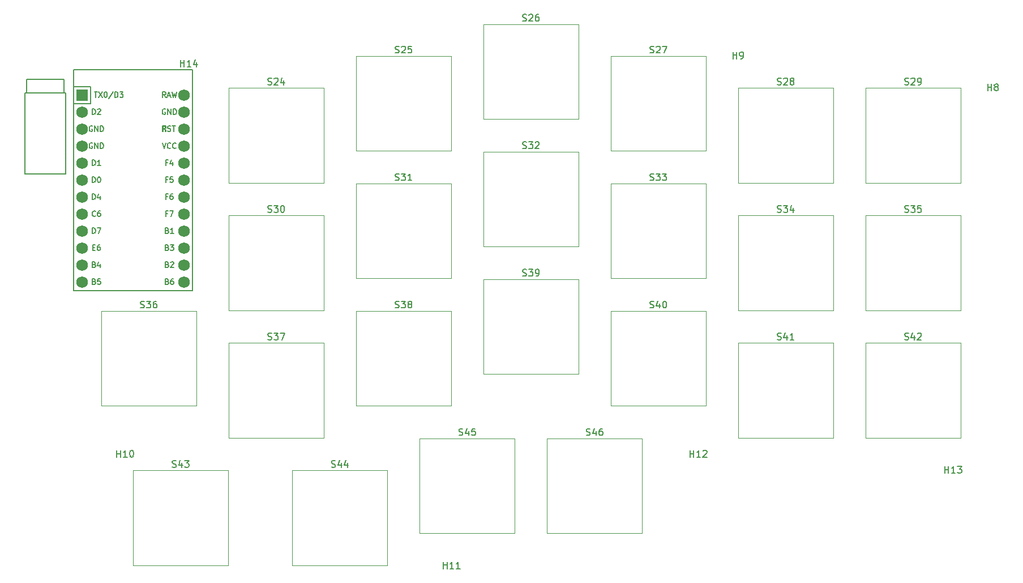
<source format=gbr>
%TF.GenerationSoftware,KiCad,Pcbnew,7.0.8*%
%TF.CreationDate,2023-11-03T19:22:55+09:00*%
%TF.ProjectId,scene46_right,7363656e-6534-4365-9f72-696768742e6b,rev?*%
%TF.SameCoordinates,Original*%
%TF.FileFunction,Legend,Top*%
%TF.FilePolarity,Positive*%
%FSLAX46Y46*%
G04 Gerber Fmt 4.6, Leading zero omitted, Abs format (unit mm)*
G04 Created by KiCad (PCBNEW 7.0.8) date 2023-11-03 19:22:55*
%MOMM*%
%LPD*%
G01*
G04 APERTURE LIST*
%ADD10C,0.150000*%
%ADD11C,0.120000*%
%ADD12C,0.200000*%
%ADD13R,1.752600X1.752600*%
%ADD14C,1.752600*%
G04 APERTURE END LIST*
D10*
X151241280Y-47175950D02*
X151384137Y-47223569D01*
X151384137Y-47223569D02*
X151622232Y-47223569D01*
X151622232Y-47223569D02*
X151717470Y-47175950D01*
X151717470Y-47175950D02*
X151765089Y-47128330D01*
X151765089Y-47128330D02*
X151812708Y-47033092D01*
X151812708Y-47033092D02*
X151812708Y-46937854D01*
X151812708Y-46937854D02*
X151765089Y-46842616D01*
X151765089Y-46842616D02*
X151717470Y-46794997D01*
X151717470Y-46794997D02*
X151622232Y-46747378D01*
X151622232Y-46747378D02*
X151431756Y-46699759D01*
X151431756Y-46699759D02*
X151336518Y-46652140D01*
X151336518Y-46652140D02*
X151288899Y-46604521D01*
X151288899Y-46604521D02*
X151241280Y-46509283D01*
X151241280Y-46509283D02*
X151241280Y-46414045D01*
X151241280Y-46414045D02*
X151288899Y-46318807D01*
X151288899Y-46318807D02*
X151336518Y-46271188D01*
X151336518Y-46271188D02*
X151431756Y-46223569D01*
X151431756Y-46223569D02*
X151669851Y-46223569D01*
X151669851Y-46223569D02*
X151812708Y-46271188D01*
X152146042Y-46223569D02*
X152765089Y-46223569D01*
X152765089Y-46223569D02*
X152431756Y-46604521D01*
X152431756Y-46604521D02*
X152574613Y-46604521D01*
X152574613Y-46604521D02*
X152669851Y-46652140D01*
X152669851Y-46652140D02*
X152717470Y-46699759D01*
X152717470Y-46699759D02*
X152765089Y-46794997D01*
X152765089Y-46794997D02*
X152765089Y-47033092D01*
X152765089Y-47033092D02*
X152717470Y-47128330D01*
X152717470Y-47128330D02*
X152669851Y-47175950D01*
X152669851Y-47175950D02*
X152574613Y-47223569D01*
X152574613Y-47223569D02*
X152288899Y-47223569D01*
X152288899Y-47223569D02*
X152193661Y-47175950D01*
X152193661Y-47175950D02*
X152146042Y-47128330D01*
X153146042Y-46318807D02*
X153193661Y-46271188D01*
X153193661Y-46271188D02*
X153288899Y-46223569D01*
X153288899Y-46223569D02*
X153526994Y-46223569D01*
X153526994Y-46223569D02*
X153622232Y-46271188D01*
X153622232Y-46271188D02*
X153669851Y-46318807D01*
X153669851Y-46318807D02*
X153717470Y-46414045D01*
X153717470Y-46414045D02*
X153717470Y-46509283D01*
X153717470Y-46509283D02*
X153669851Y-46652140D01*
X153669851Y-46652140D02*
X153098423Y-47223569D01*
X153098423Y-47223569D02*
X153717470Y-47223569D01*
X208391280Y-56700950D02*
X208534137Y-56748569D01*
X208534137Y-56748569D02*
X208772232Y-56748569D01*
X208772232Y-56748569D02*
X208867470Y-56700950D01*
X208867470Y-56700950D02*
X208915089Y-56653330D01*
X208915089Y-56653330D02*
X208962708Y-56558092D01*
X208962708Y-56558092D02*
X208962708Y-56462854D01*
X208962708Y-56462854D02*
X208915089Y-56367616D01*
X208915089Y-56367616D02*
X208867470Y-56319997D01*
X208867470Y-56319997D02*
X208772232Y-56272378D01*
X208772232Y-56272378D02*
X208581756Y-56224759D01*
X208581756Y-56224759D02*
X208486518Y-56177140D01*
X208486518Y-56177140D02*
X208438899Y-56129521D01*
X208438899Y-56129521D02*
X208391280Y-56034283D01*
X208391280Y-56034283D02*
X208391280Y-55939045D01*
X208391280Y-55939045D02*
X208438899Y-55843807D01*
X208438899Y-55843807D02*
X208486518Y-55796188D01*
X208486518Y-55796188D02*
X208581756Y-55748569D01*
X208581756Y-55748569D02*
X208819851Y-55748569D01*
X208819851Y-55748569D02*
X208962708Y-55796188D01*
X209296042Y-55748569D02*
X209915089Y-55748569D01*
X209915089Y-55748569D02*
X209581756Y-56129521D01*
X209581756Y-56129521D02*
X209724613Y-56129521D01*
X209724613Y-56129521D02*
X209819851Y-56177140D01*
X209819851Y-56177140D02*
X209867470Y-56224759D01*
X209867470Y-56224759D02*
X209915089Y-56319997D01*
X209915089Y-56319997D02*
X209915089Y-56558092D01*
X209915089Y-56558092D02*
X209867470Y-56653330D01*
X209867470Y-56653330D02*
X209819851Y-56700950D01*
X209819851Y-56700950D02*
X209724613Y-56748569D01*
X209724613Y-56748569D02*
X209438899Y-56748569D01*
X209438899Y-56748569D02*
X209343661Y-56700950D01*
X209343661Y-56700950D02*
X209296042Y-56653330D01*
X210819851Y-55748569D02*
X210343661Y-55748569D01*
X210343661Y-55748569D02*
X210296042Y-56224759D01*
X210296042Y-56224759D02*
X210343661Y-56177140D01*
X210343661Y-56177140D02*
X210438899Y-56129521D01*
X210438899Y-56129521D02*
X210676994Y-56129521D01*
X210676994Y-56129521D02*
X210772232Y-56177140D01*
X210772232Y-56177140D02*
X210819851Y-56224759D01*
X210819851Y-56224759D02*
X210867470Y-56319997D01*
X210867470Y-56319997D02*
X210867470Y-56558092D01*
X210867470Y-56558092D02*
X210819851Y-56653330D01*
X210819851Y-56653330D02*
X210772232Y-56700950D01*
X210772232Y-56700950D02*
X210676994Y-56748569D01*
X210676994Y-56748569D02*
X210438899Y-56748569D01*
X210438899Y-56748569D02*
X210343661Y-56700950D01*
X210343661Y-56700950D02*
X210296042Y-56653330D01*
X151241280Y-28125950D02*
X151384137Y-28173569D01*
X151384137Y-28173569D02*
X151622232Y-28173569D01*
X151622232Y-28173569D02*
X151717470Y-28125950D01*
X151717470Y-28125950D02*
X151765089Y-28078330D01*
X151765089Y-28078330D02*
X151812708Y-27983092D01*
X151812708Y-27983092D02*
X151812708Y-27887854D01*
X151812708Y-27887854D02*
X151765089Y-27792616D01*
X151765089Y-27792616D02*
X151717470Y-27744997D01*
X151717470Y-27744997D02*
X151622232Y-27697378D01*
X151622232Y-27697378D02*
X151431756Y-27649759D01*
X151431756Y-27649759D02*
X151336518Y-27602140D01*
X151336518Y-27602140D02*
X151288899Y-27554521D01*
X151288899Y-27554521D02*
X151241280Y-27459283D01*
X151241280Y-27459283D02*
X151241280Y-27364045D01*
X151241280Y-27364045D02*
X151288899Y-27268807D01*
X151288899Y-27268807D02*
X151336518Y-27221188D01*
X151336518Y-27221188D02*
X151431756Y-27173569D01*
X151431756Y-27173569D02*
X151669851Y-27173569D01*
X151669851Y-27173569D02*
X151812708Y-27221188D01*
X152193661Y-27268807D02*
X152241280Y-27221188D01*
X152241280Y-27221188D02*
X152336518Y-27173569D01*
X152336518Y-27173569D02*
X152574613Y-27173569D01*
X152574613Y-27173569D02*
X152669851Y-27221188D01*
X152669851Y-27221188D02*
X152717470Y-27268807D01*
X152717470Y-27268807D02*
X152765089Y-27364045D01*
X152765089Y-27364045D02*
X152765089Y-27459283D01*
X152765089Y-27459283D02*
X152717470Y-27602140D01*
X152717470Y-27602140D02*
X152146042Y-28173569D01*
X152146042Y-28173569D02*
X152765089Y-28173569D01*
X153622232Y-27173569D02*
X153431756Y-27173569D01*
X153431756Y-27173569D02*
X153336518Y-27221188D01*
X153336518Y-27221188D02*
X153288899Y-27268807D01*
X153288899Y-27268807D02*
X153193661Y-27411664D01*
X153193661Y-27411664D02*
X153146042Y-27602140D01*
X153146042Y-27602140D02*
X153146042Y-27983092D01*
X153146042Y-27983092D02*
X153193661Y-28078330D01*
X153193661Y-28078330D02*
X153241280Y-28125950D01*
X153241280Y-28125950D02*
X153336518Y-28173569D01*
X153336518Y-28173569D02*
X153526994Y-28173569D01*
X153526994Y-28173569D02*
X153622232Y-28125950D01*
X153622232Y-28125950D02*
X153669851Y-28078330D01*
X153669851Y-28078330D02*
X153717470Y-27983092D01*
X153717470Y-27983092D02*
X153717470Y-27744997D01*
X153717470Y-27744997D02*
X153669851Y-27649759D01*
X153669851Y-27649759D02*
X153622232Y-27602140D01*
X153622232Y-27602140D02*
X153526994Y-27554521D01*
X153526994Y-27554521D02*
X153336518Y-27554521D01*
X153336518Y-27554521D02*
X153241280Y-27602140D01*
X153241280Y-27602140D02*
X153193661Y-27649759D01*
X153193661Y-27649759D02*
X153146042Y-27744997D01*
X151241280Y-66225950D02*
X151384137Y-66273569D01*
X151384137Y-66273569D02*
X151622232Y-66273569D01*
X151622232Y-66273569D02*
X151717470Y-66225950D01*
X151717470Y-66225950D02*
X151765089Y-66178330D01*
X151765089Y-66178330D02*
X151812708Y-66083092D01*
X151812708Y-66083092D02*
X151812708Y-65987854D01*
X151812708Y-65987854D02*
X151765089Y-65892616D01*
X151765089Y-65892616D02*
X151717470Y-65844997D01*
X151717470Y-65844997D02*
X151622232Y-65797378D01*
X151622232Y-65797378D02*
X151431756Y-65749759D01*
X151431756Y-65749759D02*
X151336518Y-65702140D01*
X151336518Y-65702140D02*
X151288899Y-65654521D01*
X151288899Y-65654521D02*
X151241280Y-65559283D01*
X151241280Y-65559283D02*
X151241280Y-65464045D01*
X151241280Y-65464045D02*
X151288899Y-65368807D01*
X151288899Y-65368807D02*
X151336518Y-65321188D01*
X151336518Y-65321188D02*
X151431756Y-65273569D01*
X151431756Y-65273569D02*
X151669851Y-65273569D01*
X151669851Y-65273569D02*
X151812708Y-65321188D01*
X152146042Y-65273569D02*
X152765089Y-65273569D01*
X152765089Y-65273569D02*
X152431756Y-65654521D01*
X152431756Y-65654521D02*
X152574613Y-65654521D01*
X152574613Y-65654521D02*
X152669851Y-65702140D01*
X152669851Y-65702140D02*
X152717470Y-65749759D01*
X152717470Y-65749759D02*
X152765089Y-65844997D01*
X152765089Y-65844997D02*
X152765089Y-66083092D01*
X152765089Y-66083092D02*
X152717470Y-66178330D01*
X152717470Y-66178330D02*
X152669851Y-66225950D01*
X152669851Y-66225950D02*
X152574613Y-66273569D01*
X152574613Y-66273569D02*
X152288899Y-66273569D01*
X152288899Y-66273569D02*
X152193661Y-66225950D01*
X152193661Y-66225950D02*
X152146042Y-66178330D01*
X153241280Y-66273569D02*
X153431756Y-66273569D01*
X153431756Y-66273569D02*
X153526994Y-66225950D01*
X153526994Y-66225950D02*
X153574613Y-66178330D01*
X153574613Y-66178330D02*
X153669851Y-66035473D01*
X153669851Y-66035473D02*
X153717470Y-65844997D01*
X153717470Y-65844997D02*
X153717470Y-65464045D01*
X153717470Y-65464045D02*
X153669851Y-65368807D01*
X153669851Y-65368807D02*
X153622232Y-65321188D01*
X153622232Y-65321188D02*
X153526994Y-65273569D01*
X153526994Y-65273569D02*
X153336518Y-65273569D01*
X153336518Y-65273569D02*
X153241280Y-65321188D01*
X153241280Y-65321188D02*
X153193661Y-65368807D01*
X153193661Y-65368807D02*
X153146042Y-65464045D01*
X153146042Y-65464045D02*
X153146042Y-65702140D01*
X153146042Y-65702140D02*
X153193661Y-65797378D01*
X153193661Y-65797378D02*
X153241280Y-65844997D01*
X153241280Y-65844997D02*
X153336518Y-65892616D01*
X153336518Y-65892616D02*
X153526994Y-65892616D01*
X153526994Y-65892616D02*
X153622232Y-65844997D01*
X153622232Y-65844997D02*
X153669851Y-65797378D01*
X153669851Y-65797378D02*
X153717470Y-65702140D01*
X98853780Y-94800950D02*
X98996637Y-94848569D01*
X98996637Y-94848569D02*
X99234732Y-94848569D01*
X99234732Y-94848569D02*
X99329970Y-94800950D01*
X99329970Y-94800950D02*
X99377589Y-94753330D01*
X99377589Y-94753330D02*
X99425208Y-94658092D01*
X99425208Y-94658092D02*
X99425208Y-94562854D01*
X99425208Y-94562854D02*
X99377589Y-94467616D01*
X99377589Y-94467616D02*
X99329970Y-94419997D01*
X99329970Y-94419997D02*
X99234732Y-94372378D01*
X99234732Y-94372378D02*
X99044256Y-94324759D01*
X99044256Y-94324759D02*
X98949018Y-94277140D01*
X98949018Y-94277140D02*
X98901399Y-94229521D01*
X98901399Y-94229521D02*
X98853780Y-94134283D01*
X98853780Y-94134283D02*
X98853780Y-94039045D01*
X98853780Y-94039045D02*
X98901399Y-93943807D01*
X98901399Y-93943807D02*
X98949018Y-93896188D01*
X98949018Y-93896188D02*
X99044256Y-93848569D01*
X99044256Y-93848569D02*
X99282351Y-93848569D01*
X99282351Y-93848569D02*
X99425208Y-93896188D01*
X100282351Y-94181902D02*
X100282351Y-94848569D01*
X100044256Y-93800950D02*
X99806161Y-94515235D01*
X99806161Y-94515235D02*
X100425208Y-94515235D01*
X100710923Y-93848569D02*
X101329970Y-93848569D01*
X101329970Y-93848569D02*
X100996637Y-94229521D01*
X100996637Y-94229521D02*
X101139494Y-94229521D01*
X101139494Y-94229521D02*
X101234732Y-94277140D01*
X101234732Y-94277140D02*
X101282351Y-94324759D01*
X101282351Y-94324759D02*
X101329970Y-94419997D01*
X101329970Y-94419997D02*
X101329970Y-94658092D01*
X101329970Y-94658092D02*
X101282351Y-94753330D01*
X101282351Y-94753330D02*
X101234732Y-94800950D01*
X101234732Y-94800950D02*
X101139494Y-94848569D01*
X101139494Y-94848569D02*
X100853780Y-94848569D01*
X100853780Y-94848569D02*
X100758542Y-94800950D01*
X100758542Y-94800950D02*
X100710923Y-94753330D01*
X90542918Y-93323569D02*
X90542918Y-92323569D01*
X90542918Y-92799759D02*
X91114346Y-92799759D01*
X91114346Y-93323569D02*
X91114346Y-92323569D01*
X92114346Y-93323569D02*
X91542918Y-93323569D01*
X91828632Y-93323569D02*
X91828632Y-92323569D01*
X91828632Y-92323569D02*
X91733394Y-92466426D01*
X91733394Y-92466426D02*
X91638156Y-92561664D01*
X91638156Y-92561664D02*
X91542918Y-92609283D01*
X92733394Y-92323569D02*
X92828632Y-92323569D01*
X92828632Y-92323569D02*
X92923870Y-92371188D01*
X92923870Y-92371188D02*
X92971489Y-92418807D01*
X92971489Y-92418807D02*
X93019108Y-92514045D01*
X93019108Y-92514045D02*
X93066727Y-92704521D01*
X93066727Y-92704521D02*
X93066727Y-92942616D01*
X93066727Y-92942616D02*
X93019108Y-93133092D01*
X93019108Y-93133092D02*
X92971489Y-93228330D01*
X92971489Y-93228330D02*
X92923870Y-93275950D01*
X92923870Y-93275950D02*
X92828632Y-93323569D01*
X92828632Y-93323569D02*
X92733394Y-93323569D01*
X92733394Y-93323569D02*
X92638156Y-93275950D01*
X92638156Y-93275950D02*
X92590537Y-93228330D01*
X92590537Y-93228330D02*
X92542918Y-93133092D01*
X92542918Y-93133092D02*
X92495299Y-92942616D01*
X92495299Y-92942616D02*
X92495299Y-92704521D01*
X92495299Y-92704521D02*
X92542918Y-92514045D01*
X92542918Y-92514045D02*
X92590537Y-92418807D01*
X92590537Y-92418807D02*
X92638156Y-92371188D01*
X92638156Y-92371188D02*
X92733394Y-92323569D01*
X214367918Y-95704819D02*
X214367918Y-94704819D01*
X214367918Y-95181009D02*
X214939346Y-95181009D01*
X214939346Y-95704819D02*
X214939346Y-94704819D01*
X215939346Y-95704819D02*
X215367918Y-95704819D01*
X215653632Y-95704819D02*
X215653632Y-94704819D01*
X215653632Y-94704819D02*
X215558394Y-94847676D01*
X215558394Y-94847676D02*
X215463156Y-94942914D01*
X215463156Y-94942914D02*
X215367918Y-94990533D01*
X216272680Y-94704819D02*
X216891727Y-94704819D01*
X216891727Y-94704819D02*
X216558394Y-95085771D01*
X216558394Y-95085771D02*
X216701251Y-95085771D01*
X216701251Y-95085771D02*
X216796489Y-95133390D01*
X216796489Y-95133390D02*
X216844108Y-95181009D01*
X216844108Y-95181009D02*
X216891727Y-95276247D01*
X216891727Y-95276247D02*
X216891727Y-95514342D01*
X216891727Y-95514342D02*
X216844108Y-95609580D01*
X216844108Y-95609580D02*
X216796489Y-95657200D01*
X216796489Y-95657200D02*
X216701251Y-95704819D01*
X216701251Y-95704819D02*
X216415537Y-95704819D01*
X216415537Y-95704819D02*
X216320299Y-95657200D01*
X216320299Y-95657200D02*
X216272680Y-95609580D01*
X220797233Y-38554819D02*
X220797233Y-37554819D01*
X220797233Y-38031009D02*
X221368661Y-38031009D01*
X221368661Y-38554819D02*
X221368661Y-37554819D01*
X221987709Y-37983390D02*
X221892471Y-37935771D01*
X221892471Y-37935771D02*
X221844852Y-37888152D01*
X221844852Y-37888152D02*
X221797233Y-37792914D01*
X221797233Y-37792914D02*
X221797233Y-37745295D01*
X221797233Y-37745295D02*
X221844852Y-37650057D01*
X221844852Y-37650057D02*
X221892471Y-37602438D01*
X221892471Y-37602438D02*
X221987709Y-37554819D01*
X221987709Y-37554819D02*
X222178185Y-37554819D01*
X222178185Y-37554819D02*
X222273423Y-37602438D01*
X222273423Y-37602438D02*
X222321042Y-37650057D01*
X222321042Y-37650057D02*
X222368661Y-37745295D01*
X222368661Y-37745295D02*
X222368661Y-37792914D01*
X222368661Y-37792914D02*
X222321042Y-37888152D01*
X222321042Y-37888152D02*
X222273423Y-37935771D01*
X222273423Y-37935771D02*
X222178185Y-37983390D01*
X222178185Y-37983390D02*
X221987709Y-37983390D01*
X221987709Y-37983390D02*
X221892471Y-38031009D01*
X221892471Y-38031009D02*
X221844852Y-38078628D01*
X221844852Y-38078628D02*
X221797233Y-38173866D01*
X221797233Y-38173866D02*
X221797233Y-38364342D01*
X221797233Y-38364342D02*
X221844852Y-38459580D01*
X221844852Y-38459580D02*
X221892471Y-38507200D01*
X221892471Y-38507200D02*
X221987709Y-38554819D01*
X221987709Y-38554819D02*
X222178185Y-38554819D01*
X222178185Y-38554819D02*
X222273423Y-38507200D01*
X222273423Y-38507200D02*
X222321042Y-38459580D01*
X222321042Y-38459580D02*
X222368661Y-38364342D01*
X222368661Y-38364342D02*
X222368661Y-38173866D01*
X222368661Y-38173866D02*
X222321042Y-38078628D01*
X222321042Y-38078628D02*
X222273423Y-38031009D01*
X222273423Y-38031009D02*
X222178185Y-37983390D01*
X189341280Y-56700950D02*
X189484137Y-56748569D01*
X189484137Y-56748569D02*
X189722232Y-56748569D01*
X189722232Y-56748569D02*
X189817470Y-56700950D01*
X189817470Y-56700950D02*
X189865089Y-56653330D01*
X189865089Y-56653330D02*
X189912708Y-56558092D01*
X189912708Y-56558092D02*
X189912708Y-56462854D01*
X189912708Y-56462854D02*
X189865089Y-56367616D01*
X189865089Y-56367616D02*
X189817470Y-56319997D01*
X189817470Y-56319997D02*
X189722232Y-56272378D01*
X189722232Y-56272378D02*
X189531756Y-56224759D01*
X189531756Y-56224759D02*
X189436518Y-56177140D01*
X189436518Y-56177140D02*
X189388899Y-56129521D01*
X189388899Y-56129521D02*
X189341280Y-56034283D01*
X189341280Y-56034283D02*
X189341280Y-55939045D01*
X189341280Y-55939045D02*
X189388899Y-55843807D01*
X189388899Y-55843807D02*
X189436518Y-55796188D01*
X189436518Y-55796188D02*
X189531756Y-55748569D01*
X189531756Y-55748569D02*
X189769851Y-55748569D01*
X189769851Y-55748569D02*
X189912708Y-55796188D01*
X190246042Y-55748569D02*
X190865089Y-55748569D01*
X190865089Y-55748569D02*
X190531756Y-56129521D01*
X190531756Y-56129521D02*
X190674613Y-56129521D01*
X190674613Y-56129521D02*
X190769851Y-56177140D01*
X190769851Y-56177140D02*
X190817470Y-56224759D01*
X190817470Y-56224759D02*
X190865089Y-56319997D01*
X190865089Y-56319997D02*
X190865089Y-56558092D01*
X190865089Y-56558092D02*
X190817470Y-56653330D01*
X190817470Y-56653330D02*
X190769851Y-56700950D01*
X190769851Y-56700950D02*
X190674613Y-56748569D01*
X190674613Y-56748569D02*
X190388899Y-56748569D01*
X190388899Y-56748569D02*
X190293661Y-56700950D01*
X190293661Y-56700950D02*
X190246042Y-56653330D01*
X191722232Y-56081902D02*
X191722232Y-56748569D01*
X191484137Y-55700950D02*
X191246042Y-56415235D01*
X191246042Y-56415235D02*
X191865089Y-56415235D01*
X113141280Y-56700950D02*
X113284137Y-56748569D01*
X113284137Y-56748569D02*
X113522232Y-56748569D01*
X113522232Y-56748569D02*
X113617470Y-56700950D01*
X113617470Y-56700950D02*
X113665089Y-56653330D01*
X113665089Y-56653330D02*
X113712708Y-56558092D01*
X113712708Y-56558092D02*
X113712708Y-56462854D01*
X113712708Y-56462854D02*
X113665089Y-56367616D01*
X113665089Y-56367616D02*
X113617470Y-56319997D01*
X113617470Y-56319997D02*
X113522232Y-56272378D01*
X113522232Y-56272378D02*
X113331756Y-56224759D01*
X113331756Y-56224759D02*
X113236518Y-56177140D01*
X113236518Y-56177140D02*
X113188899Y-56129521D01*
X113188899Y-56129521D02*
X113141280Y-56034283D01*
X113141280Y-56034283D02*
X113141280Y-55939045D01*
X113141280Y-55939045D02*
X113188899Y-55843807D01*
X113188899Y-55843807D02*
X113236518Y-55796188D01*
X113236518Y-55796188D02*
X113331756Y-55748569D01*
X113331756Y-55748569D02*
X113569851Y-55748569D01*
X113569851Y-55748569D02*
X113712708Y-55796188D01*
X114046042Y-55748569D02*
X114665089Y-55748569D01*
X114665089Y-55748569D02*
X114331756Y-56129521D01*
X114331756Y-56129521D02*
X114474613Y-56129521D01*
X114474613Y-56129521D02*
X114569851Y-56177140D01*
X114569851Y-56177140D02*
X114617470Y-56224759D01*
X114617470Y-56224759D02*
X114665089Y-56319997D01*
X114665089Y-56319997D02*
X114665089Y-56558092D01*
X114665089Y-56558092D02*
X114617470Y-56653330D01*
X114617470Y-56653330D02*
X114569851Y-56700950D01*
X114569851Y-56700950D02*
X114474613Y-56748569D01*
X114474613Y-56748569D02*
X114188899Y-56748569D01*
X114188899Y-56748569D02*
X114093661Y-56700950D01*
X114093661Y-56700950D02*
X114046042Y-56653330D01*
X115284137Y-55748569D02*
X115379375Y-55748569D01*
X115379375Y-55748569D02*
X115474613Y-55796188D01*
X115474613Y-55796188D02*
X115522232Y-55843807D01*
X115522232Y-55843807D02*
X115569851Y-55939045D01*
X115569851Y-55939045D02*
X115617470Y-56129521D01*
X115617470Y-56129521D02*
X115617470Y-56367616D01*
X115617470Y-56367616D02*
X115569851Y-56558092D01*
X115569851Y-56558092D02*
X115522232Y-56653330D01*
X115522232Y-56653330D02*
X115474613Y-56700950D01*
X115474613Y-56700950D02*
X115379375Y-56748569D01*
X115379375Y-56748569D02*
X115284137Y-56748569D01*
X115284137Y-56748569D02*
X115188899Y-56700950D01*
X115188899Y-56700950D02*
X115141280Y-56653330D01*
X115141280Y-56653330D02*
X115093661Y-56558092D01*
X115093661Y-56558092D02*
X115046042Y-56367616D01*
X115046042Y-56367616D02*
X115046042Y-56129521D01*
X115046042Y-56129521D02*
X115093661Y-55939045D01*
X115093661Y-55939045D02*
X115141280Y-55843807D01*
X115141280Y-55843807D02*
X115188899Y-55796188D01*
X115188899Y-55796188D02*
X115284137Y-55748569D01*
X189341280Y-37650950D02*
X189484137Y-37698569D01*
X189484137Y-37698569D02*
X189722232Y-37698569D01*
X189722232Y-37698569D02*
X189817470Y-37650950D01*
X189817470Y-37650950D02*
X189865089Y-37603330D01*
X189865089Y-37603330D02*
X189912708Y-37508092D01*
X189912708Y-37508092D02*
X189912708Y-37412854D01*
X189912708Y-37412854D02*
X189865089Y-37317616D01*
X189865089Y-37317616D02*
X189817470Y-37269997D01*
X189817470Y-37269997D02*
X189722232Y-37222378D01*
X189722232Y-37222378D02*
X189531756Y-37174759D01*
X189531756Y-37174759D02*
X189436518Y-37127140D01*
X189436518Y-37127140D02*
X189388899Y-37079521D01*
X189388899Y-37079521D02*
X189341280Y-36984283D01*
X189341280Y-36984283D02*
X189341280Y-36889045D01*
X189341280Y-36889045D02*
X189388899Y-36793807D01*
X189388899Y-36793807D02*
X189436518Y-36746188D01*
X189436518Y-36746188D02*
X189531756Y-36698569D01*
X189531756Y-36698569D02*
X189769851Y-36698569D01*
X189769851Y-36698569D02*
X189912708Y-36746188D01*
X190293661Y-36793807D02*
X190341280Y-36746188D01*
X190341280Y-36746188D02*
X190436518Y-36698569D01*
X190436518Y-36698569D02*
X190674613Y-36698569D01*
X190674613Y-36698569D02*
X190769851Y-36746188D01*
X190769851Y-36746188D02*
X190817470Y-36793807D01*
X190817470Y-36793807D02*
X190865089Y-36889045D01*
X190865089Y-36889045D02*
X190865089Y-36984283D01*
X190865089Y-36984283D02*
X190817470Y-37127140D01*
X190817470Y-37127140D02*
X190246042Y-37698569D01*
X190246042Y-37698569D02*
X190865089Y-37698569D01*
X191436518Y-37127140D02*
X191341280Y-37079521D01*
X191341280Y-37079521D02*
X191293661Y-37031902D01*
X191293661Y-37031902D02*
X191246042Y-36936664D01*
X191246042Y-36936664D02*
X191246042Y-36889045D01*
X191246042Y-36889045D02*
X191293661Y-36793807D01*
X191293661Y-36793807D02*
X191341280Y-36746188D01*
X191341280Y-36746188D02*
X191436518Y-36698569D01*
X191436518Y-36698569D02*
X191626994Y-36698569D01*
X191626994Y-36698569D02*
X191722232Y-36746188D01*
X191722232Y-36746188D02*
X191769851Y-36793807D01*
X191769851Y-36793807D02*
X191817470Y-36889045D01*
X191817470Y-36889045D02*
X191817470Y-36936664D01*
X191817470Y-36936664D02*
X191769851Y-37031902D01*
X191769851Y-37031902D02*
X191722232Y-37079521D01*
X191722232Y-37079521D02*
X191626994Y-37127140D01*
X191626994Y-37127140D02*
X191436518Y-37127140D01*
X191436518Y-37127140D02*
X191341280Y-37174759D01*
X191341280Y-37174759D02*
X191293661Y-37222378D01*
X191293661Y-37222378D02*
X191246042Y-37317616D01*
X191246042Y-37317616D02*
X191246042Y-37508092D01*
X191246042Y-37508092D02*
X191293661Y-37603330D01*
X191293661Y-37603330D02*
X191341280Y-37650950D01*
X191341280Y-37650950D02*
X191436518Y-37698569D01*
X191436518Y-37698569D02*
X191626994Y-37698569D01*
X191626994Y-37698569D02*
X191722232Y-37650950D01*
X191722232Y-37650950D02*
X191769851Y-37603330D01*
X191769851Y-37603330D02*
X191817470Y-37508092D01*
X191817470Y-37508092D02*
X191817470Y-37317616D01*
X191817470Y-37317616D02*
X191769851Y-37222378D01*
X191769851Y-37222378D02*
X191722232Y-37174759D01*
X191722232Y-37174759D02*
X191626994Y-37127140D01*
X141716280Y-90038450D02*
X141859137Y-90086069D01*
X141859137Y-90086069D02*
X142097232Y-90086069D01*
X142097232Y-90086069D02*
X142192470Y-90038450D01*
X142192470Y-90038450D02*
X142240089Y-89990830D01*
X142240089Y-89990830D02*
X142287708Y-89895592D01*
X142287708Y-89895592D02*
X142287708Y-89800354D01*
X142287708Y-89800354D02*
X142240089Y-89705116D01*
X142240089Y-89705116D02*
X142192470Y-89657497D01*
X142192470Y-89657497D02*
X142097232Y-89609878D01*
X142097232Y-89609878D02*
X141906756Y-89562259D01*
X141906756Y-89562259D02*
X141811518Y-89514640D01*
X141811518Y-89514640D02*
X141763899Y-89467021D01*
X141763899Y-89467021D02*
X141716280Y-89371783D01*
X141716280Y-89371783D02*
X141716280Y-89276545D01*
X141716280Y-89276545D02*
X141763899Y-89181307D01*
X141763899Y-89181307D02*
X141811518Y-89133688D01*
X141811518Y-89133688D02*
X141906756Y-89086069D01*
X141906756Y-89086069D02*
X142144851Y-89086069D01*
X142144851Y-89086069D02*
X142287708Y-89133688D01*
X143144851Y-89419402D02*
X143144851Y-90086069D01*
X142906756Y-89038450D02*
X142668661Y-89752735D01*
X142668661Y-89752735D02*
X143287708Y-89752735D01*
X144144851Y-89086069D02*
X143668661Y-89086069D01*
X143668661Y-89086069D02*
X143621042Y-89562259D01*
X143621042Y-89562259D02*
X143668661Y-89514640D01*
X143668661Y-89514640D02*
X143763899Y-89467021D01*
X143763899Y-89467021D02*
X144001994Y-89467021D01*
X144001994Y-89467021D02*
X144097232Y-89514640D01*
X144097232Y-89514640D02*
X144144851Y-89562259D01*
X144144851Y-89562259D02*
X144192470Y-89657497D01*
X144192470Y-89657497D02*
X144192470Y-89895592D01*
X144192470Y-89895592D02*
X144144851Y-89990830D01*
X144144851Y-89990830D02*
X144097232Y-90038450D01*
X144097232Y-90038450D02*
X144001994Y-90086069D01*
X144001994Y-90086069D02*
X143763899Y-90086069D01*
X143763899Y-90086069D02*
X143668661Y-90038450D01*
X143668661Y-90038450D02*
X143621042Y-89990830D01*
X189341280Y-75750950D02*
X189484137Y-75798569D01*
X189484137Y-75798569D02*
X189722232Y-75798569D01*
X189722232Y-75798569D02*
X189817470Y-75750950D01*
X189817470Y-75750950D02*
X189865089Y-75703330D01*
X189865089Y-75703330D02*
X189912708Y-75608092D01*
X189912708Y-75608092D02*
X189912708Y-75512854D01*
X189912708Y-75512854D02*
X189865089Y-75417616D01*
X189865089Y-75417616D02*
X189817470Y-75369997D01*
X189817470Y-75369997D02*
X189722232Y-75322378D01*
X189722232Y-75322378D02*
X189531756Y-75274759D01*
X189531756Y-75274759D02*
X189436518Y-75227140D01*
X189436518Y-75227140D02*
X189388899Y-75179521D01*
X189388899Y-75179521D02*
X189341280Y-75084283D01*
X189341280Y-75084283D02*
X189341280Y-74989045D01*
X189341280Y-74989045D02*
X189388899Y-74893807D01*
X189388899Y-74893807D02*
X189436518Y-74846188D01*
X189436518Y-74846188D02*
X189531756Y-74798569D01*
X189531756Y-74798569D02*
X189769851Y-74798569D01*
X189769851Y-74798569D02*
X189912708Y-74846188D01*
X190769851Y-75131902D02*
X190769851Y-75798569D01*
X190531756Y-74750950D02*
X190293661Y-75465235D01*
X190293661Y-75465235D02*
X190912708Y-75465235D01*
X191817470Y-75798569D02*
X191246042Y-75798569D01*
X191531756Y-75798569D02*
X191531756Y-74798569D01*
X191531756Y-74798569D02*
X191436518Y-74941426D01*
X191436518Y-74941426D02*
X191341280Y-75036664D01*
X191341280Y-75036664D02*
X191246042Y-75084283D01*
X208391280Y-37650950D02*
X208534137Y-37698569D01*
X208534137Y-37698569D02*
X208772232Y-37698569D01*
X208772232Y-37698569D02*
X208867470Y-37650950D01*
X208867470Y-37650950D02*
X208915089Y-37603330D01*
X208915089Y-37603330D02*
X208962708Y-37508092D01*
X208962708Y-37508092D02*
X208962708Y-37412854D01*
X208962708Y-37412854D02*
X208915089Y-37317616D01*
X208915089Y-37317616D02*
X208867470Y-37269997D01*
X208867470Y-37269997D02*
X208772232Y-37222378D01*
X208772232Y-37222378D02*
X208581756Y-37174759D01*
X208581756Y-37174759D02*
X208486518Y-37127140D01*
X208486518Y-37127140D02*
X208438899Y-37079521D01*
X208438899Y-37079521D02*
X208391280Y-36984283D01*
X208391280Y-36984283D02*
X208391280Y-36889045D01*
X208391280Y-36889045D02*
X208438899Y-36793807D01*
X208438899Y-36793807D02*
X208486518Y-36746188D01*
X208486518Y-36746188D02*
X208581756Y-36698569D01*
X208581756Y-36698569D02*
X208819851Y-36698569D01*
X208819851Y-36698569D02*
X208962708Y-36746188D01*
X209343661Y-36793807D02*
X209391280Y-36746188D01*
X209391280Y-36746188D02*
X209486518Y-36698569D01*
X209486518Y-36698569D02*
X209724613Y-36698569D01*
X209724613Y-36698569D02*
X209819851Y-36746188D01*
X209819851Y-36746188D02*
X209867470Y-36793807D01*
X209867470Y-36793807D02*
X209915089Y-36889045D01*
X209915089Y-36889045D02*
X209915089Y-36984283D01*
X209915089Y-36984283D02*
X209867470Y-37127140D01*
X209867470Y-37127140D02*
X209296042Y-37698569D01*
X209296042Y-37698569D02*
X209915089Y-37698569D01*
X210391280Y-37698569D02*
X210581756Y-37698569D01*
X210581756Y-37698569D02*
X210676994Y-37650950D01*
X210676994Y-37650950D02*
X210724613Y-37603330D01*
X210724613Y-37603330D02*
X210819851Y-37460473D01*
X210819851Y-37460473D02*
X210867470Y-37269997D01*
X210867470Y-37269997D02*
X210867470Y-36889045D01*
X210867470Y-36889045D02*
X210819851Y-36793807D01*
X210819851Y-36793807D02*
X210772232Y-36746188D01*
X210772232Y-36746188D02*
X210676994Y-36698569D01*
X210676994Y-36698569D02*
X210486518Y-36698569D01*
X210486518Y-36698569D02*
X210391280Y-36746188D01*
X210391280Y-36746188D02*
X210343661Y-36793807D01*
X210343661Y-36793807D02*
X210296042Y-36889045D01*
X210296042Y-36889045D02*
X210296042Y-37127140D01*
X210296042Y-37127140D02*
X210343661Y-37222378D01*
X210343661Y-37222378D02*
X210391280Y-37269997D01*
X210391280Y-37269997D02*
X210486518Y-37317616D01*
X210486518Y-37317616D02*
X210676994Y-37317616D01*
X210676994Y-37317616D02*
X210772232Y-37269997D01*
X210772232Y-37269997D02*
X210819851Y-37222378D01*
X210819851Y-37222378D02*
X210867470Y-37127140D01*
X122666280Y-94800950D02*
X122809137Y-94848569D01*
X122809137Y-94848569D02*
X123047232Y-94848569D01*
X123047232Y-94848569D02*
X123142470Y-94800950D01*
X123142470Y-94800950D02*
X123190089Y-94753330D01*
X123190089Y-94753330D02*
X123237708Y-94658092D01*
X123237708Y-94658092D02*
X123237708Y-94562854D01*
X123237708Y-94562854D02*
X123190089Y-94467616D01*
X123190089Y-94467616D02*
X123142470Y-94419997D01*
X123142470Y-94419997D02*
X123047232Y-94372378D01*
X123047232Y-94372378D02*
X122856756Y-94324759D01*
X122856756Y-94324759D02*
X122761518Y-94277140D01*
X122761518Y-94277140D02*
X122713899Y-94229521D01*
X122713899Y-94229521D02*
X122666280Y-94134283D01*
X122666280Y-94134283D02*
X122666280Y-94039045D01*
X122666280Y-94039045D02*
X122713899Y-93943807D01*
X122713899Y-93943807D02*
X122761518Y-93896188D01*
X122761518Y-93896188D02*
X122856756Y-93848569D01*
X122856756Y-93848569D02*
X123094851Y-93848569D01*
X123094851Y-93848569D02*
X123237708Y-93896188D01*
X124094851Y-94181902D02*
X124094851Y-94848569D01*
X123856756Y-93800950D02*
X123618661Y-94515235D01*
X123618661Y-94515235D02*
X124237708Y-94515235D01*
X125047232Y-94181902D02*
X125047232Y-94848569D01*
X124809137Y-93800950D02*
X124571042Y-94515235D01*
X124571042Y-94515235D02*
X125190089Y-94515235D01*
X182697233Y-33792319D02*
X182697233Y-32792319D01*
X182697233Y-33268509D02*
X183268661Y-33268509D01*
X183268661Y-33792319D02*
X183268661Y-32792319D01*
X183792471Y-33792319D02*
X183982947Y-33792319D01*
X183982947Y-33792319D02*
X184078185Y-33744700D01*
X184078185Y-33744700D02*
X184125804Y-33697080D01*
X184125804Y-33697080D02*
X184221042Y-33554223D01*
X184221042Y-33554223D02*
X184268661Y-33363747D01*
X184268661Y-33363747D02*
X184268661Y-32982795D01*
X184268661Y-32982795D02*
X184221042Y-32887557D01*
X184221042Y-32887557D02*
X184173423Y-32839938D01*
X184173423Y-32839938D02*
X184078185Y-32792319D01*
X184078185Y-32792319D02*
X183887709Y-32792319D01*
X183887709Y-32792319D02*
X183792471Y-32839938D01*
X183792471Y-32839938D02*
X183744852Y-32887557D01*
X183744852Y-32887557D02*
X183697233Y-32982795D01*
X183697233Y-32982795D02*
X183697233Y-33220890D01*
X183697233Y-33220890D02*
X183744852Y-33316128D01*
X183744852Y-33316128D02*
X183792471Y-33363747D01*
X183792471Y-33363747D02*
X183887709Y-33411366D01*
X183887709Y-33411366D02*
X184078185Y-33411366D01*
X184078185Y-33411366D02*
X184173423Y-33363747D01*
X184173423Y-33363747D02*
X184221042Y-33316128D01*
X184221042Y-33316128D02*
X184268661Y-33220890D01*
X160766280Y-90038450D02*
X160909137Y-90086069D01*
X160909137Y-90086069D02*
X161147232Y-90086069D01*
X161147232Y-90086069D02*
X161242470Y-90038450D01*
X161242470Y-90038450D02*
X161290089Y-89990830D01*
X161290089Y-89990830D02*
X161337708Y-89895592D01*
X161337708Y-89895592D02*
X161337708Y-89800354D01*
X161337708Y-89800354D02*
X161290089Y-89705116D01*
X161290089Y-89705116D02*
X161242470Y-89657497D01*
X161242470Y-89657497D02*
X161147232Y-89609878D01*
X161147232Y-89609878D02*
X160956756Y-89562259D01*
X160956756Y-89562259D02*
X160861518Y-89514640D01*
X160861518Y-89514640D02*
X160813899Y-89467021D01*
X160813899Y-89467021D02*
X160766280Y-89371783D01*
X160766280Y-89371783D02*
X160766280Y-89276545D01*
X160766280Y-89276545D02*
X160813899Y-89181307D01*
X160813899Y-89181307D02*
X160861518Y-89133688D01*
X160861518Y-89133688D02*
X160956756Y-89086069D01*
X160956756Y-89086069D02*
X161194851Y-89086069D01*
X161194851Y-89086069D02*
X161337708Y-89133688D01*
X162194851Y-89419402D02*
X162194851Y-90086069D01*
X161956756Y-89038450D02*
X161718661Y-89752735D01*
X161718661Y-89752735D02*
X162337708Y-89752735D01*
X163147232Y-89086069D02*
X162956756Y-89086069D01*
X162956756Y-89086069D02*
X162861518Y-89133688D01*
X162861518Y-89133688D02*
X162813899Y-89181307D01*
X162813899Y-89181307D02*
X162718661Y-89324164D01*
X162718661Y-89324164D02*
X162671042Y-89514640D01*
X162671042Y-89514640D02*
X162671042Y-89895592D01*
X162671042Y-89895592D02*
X162718661Y-89990830D01*
X162718661Y-89990830D02*
X162766280Y-90038450D01*
X162766280Y-90038450D02*
X162861518Y-90086069D01*
X162861518Y-90086069D02*
X163051994Y-90086069D01*
X163051994Y-90086069D02*
X163147232Y-90038450D01*
X163147232Y-90038450D02*
X163194851Y-89990830D01*
X163194851Y-89990830D02*
X163242470Y-89895592D01*
X163242470Y-89895592D02*
X163242470Y-89657497D01*
X163242470Y-89657497D02*
X163194851Y-89562259D01*
X163194851Y-89562259D02*
X163147232Y-89514640D01*
X163147232Y-89514640D02*
X163051994Y-89467021D01*
X163051994Y-89467021D02*
X162861518Y-89467021D01*
X162861518Y-89467021D02*
X162766280Y-89514640D01*
X162766280Y-89514640D02*
X162718661Y-89562259D01*
X162718661Y-89562259D02*
X162671042Y-89657497D01*
X208391280Y-75750950D02*
X208534137Y-75798569D01*
X208534137Y-75798569D02*
X208772232Y-75798569D01*
X208772232Y-75798569D02*
X208867470Y-75750950D01*
X208867470Y-75750950D02*
X208915089Y-75703330D01*
X208915089Y-75703330D02*
X208962708Y-75608092D01*
X208962708Y-75608092D02*
X208962708Y-75512854D01*
X208962708Y-75512854D02*
X208915089Y-75417616D01*
X208915089Y-75417616D02*
X208867470Y-75369997D01*
X208867470Y-75369997D02*
X208772232Y-75322378D01*
X208772232Y-75322378D02*
X208581756Y-75274759D01*
X208581756Y-75274759D02*
X208486518Y-75227140D01*
X208486518Y-75227140D02*
X208438899Y-75179521D01*
X208438899Y-75179521D02*
X208391280Y-75084283D01*
X208391280Y-75084283D02*
X208391280Y-74989045D01*
X208391280Y-74989045D02*
X208438899Y-74893807D01*
X208438899Y-74893807D02*
X208486518Y-74846188D01*
X208486518Y-74846188D02*
X208581756Y-74798569D01*
X208581756Y-74798569D02*
X208819851Y-74798569D01*
X208819851Y-74798569D02*
X208962708Y-74846188D01*
X209819851Y-75131902D02*
X209819851Y-75798569D01*
X209581756Y-74750950D02*
X209343661Y-75465235D01*
X209343661Y-75465235D02*
X209962708Y-75465235D01*
X210296042Y-74893807D02*
X210343661Y-74846188D01*
X210343661Y-74846188D02*
X210438899Y-74798569D01*
X210438899Y-74798569D02*
X210676994Y-74798569D01*
X210676994Y-74798569D02*
X210772232Y-74846188D01*
X210772232Y-74846188D02*
X210819851Y-74893807D01*
X210819851Y-74893807D02*
X210867470Y-74989045D01*
X210867470Y-74989045D02*
X210867470Y-75084283D01*
X210867470Y-75084283D02*
X210819851Y-75227140D01*
X210819851Y-75227140D02*
X210248423Y-75798569D01*
X210248423Y-75798569D02*
X210867470Y-75798569D01*
X170291280Y-70988450D02*
X170434137Y-71036069D01*
X170434137Y-71036069D02*
X170672232Y-71036069D01*
X170672232Y-71036069D02*
X170767470Y-70988450D01*
X170767470Y-70988450D02*
X170815089Y-70940830D01*
X170815089Y-70940830D02*
X170862708Y-70845592D01*
X170862708Y-70845592D02*
X170862708Y-70750354D01*
X170862708Y-70750354D02*
X170815089Y-70655116D01*
X170815089Y-70655116D02*
X170767470Y-70607497D01*
X170767470Y-70607497D02*
X170672232Y-70559878D01*
X170672232Y-70559878D02*
X170481756Y-70512259D01*
X170481756Y-70512259D02*
X170386518Y-70464640D01*
X170386518Y-70464640D02*
X170338899Y-70417021D01*
X170338899Y-70417021D02*
X170291280Y-70321783D01*
X170291280Y-70321783D02*
X170291280Y-70226545D01*
X170291280Y-70226545D02*
X170338899Y-70131307D01*
X170338899Y-70131307D02*
X170386518Y-70083688D01*
X170386518Y-70083688D02*
X170481756Y-70036069D01*
X170481756Y-70036069D02*
X170719851Y-70036069D01*
X170719851Y-70036069D02*
X170862708Y-70083688D01*
X171719851Y-70369402D02*
X171719851Y-71036069D01*
X171481756Y-69988450D02*
X171243661Y-70702735D01*
X171243661Y-70702735D02*
X171862708Y-70702735D01*
X172434137Y-70036069D02*
X172529375Y-70036069D01*
X172529375Y-70036069D02*
X172624613Y-70083688D01*
X172624613Y-70083688D02*
X172672232Y-70131307D01*
X172672232Y-70131307D02*
X172719851Y-70226545D01*
X172719851Y-70226545D02*
X172767470Y-70417021D01*
X172767470Y-70417021D02*
X172767470Y-70655116D01*
X172767470Y-70655116D02*
X172719851Y-70845592D01*
X172719851Y-70845592D02*
X172672232Y-70940830D01*
X172672232Y-70940830D02*
X172624613Y-70988450D01*
X172624613Y-70988450D02*
X172529375Y-71036069D01*
X172529375Y-71036069D02*
X172434137Y-71036069D01*
X172434137Y-71036069D02*
X172338899Y-70988450D01*
X172338899Y-70988450D02*
X172291280Y-70940830D01*
X172291280Y-70940830D02*
X172243661Y-70845592D01*
X172243661Y-70845592D02*
X172196042Y-70655116D01*
X172196042Y-70655116D02*
X172196042Y-70417021D01*
X172196042Y-70417021D02*
X172243661Y-70226545D01*
X172243661Y-70226545D02*
X172291280Y-70131307D01*
X172291280Y-70131307D02*
X172338899Y-70083688D01*
X172338899Y-70083688D02*
X172434137Y-70036069D01*
X113141280Y-75750950D02*
X113284137Y-75798569D01*
X113284137Y-75798569D02*
X113522232Y-75798569D01*
X113522232Y-75798569D02*
X113617470Y-75750950D01*
X113617470Y-75750950D02*
X113665089Y-75703330D01*
X113665089Y-75703330D02*
X113712708Y-75608092D01*
X113712708Y-75608092D02*
X113712708Y-75512854D01*
X113712708Y-75512854D02*
X113665089Y-75417616D01*
X113665089Y-75417616D02*
X113617470Y-75369997D01*
X113617470Y-75369997D02*
X113522232Y-75322378D01*
X113522232Y-75322378D02*
X113331756Y-75274759D01*
X113331756Y-75274759D02*
X113236518Y-75227140D01*
X113236518Y-75227140D02*
X113188899Y-75179521D01*
X113188899Y-75179521D02*
X113141280Y-75084283D01*
X113141280Y-75084283D02*
X113141280Y-74989045D01*
X113141280Y-74989045D02*
X113188899Y-74893807D01*
X113188899Y-74893807D02*
X113236518Y-74846188D01*
X113236518Y-74846188D02*
X113331756Y-74798569D01*
X113331756Y-74798569D02*
X113569851Y-74798569D01*
X113569851Y-74798569D02*
X113712708Y-74846188D01*
X114046042Y-74798569D02*
X114665089Y-74798569D01*
X114665089Y-74798569D02*
X114331756Y-75179521D01*
X114331756Y-75179521D02*
X114474613Y-75179521D01*
X114474613Y-75179521D02*
X114569851Y-75227140D01*
X114569851Y-75227140D02*
X114617470Y-75274759D01*
X114617470Y-75274759D02*
X114665089Y-75369997D01*
X114665089Y-75369997D02*
X114665089Y-75608092D01*
X114665089Y-75608092D02*
X114617470Y-75703330D01*
X114617470Y-75703330D02*
X114569851Y-75750950D01*
X114569851Y-75750950D02*
X114474613Y-75798569D01*
X114474613Y-75798569D02*
X114188899Y-75798569D01*
X114188899Y-75798569D02*
X114093661Y-75750950D01*
X114093661Y-75750950D02*
X114046042Y-75703330D01*
X114998423Y-74798569D02*
X115665089Y-74798569D01*
X115665089Y-74798569D02*
X115236518Y-75798569D01*
X113141280Y-37650950D02*
X113284137Y-37698569D01*
X113284137Y-37698569D02*
X113522232Y-37698569D01*
X113522232Y-37698569D02*
X113617470Y-37650950D01*
X113617470Y-37650950D02*
X113665089Y-37603330D01*
X113665089Y-37603330D02*
X113712708Y-37508092D01*
X113712708Y-37508092D02*
X113712708Y-37412854D01*
X113712708Y-37412854D02*
X113665089Y-37317616D01*
X113665089Y-37317616D02*
X113617470Y-37269997D01*
X113617470Y-37269997D02*
X113522232Y-37222378D01*
X113522232Y-37222378D02*
X113331756Y-37174759D01*
X113331756Y-37174759D02*
X113236518Y-37127140D01*
X113236518Y-37127140D02*
X113188899Y-37079521D01*
X113188899Y-37079521D02*
X113141280Y-36984283D01*
X113141280Y-36984283D02*
X113141280Y-36889045D01*
X113141280Y-36889045D02*
X113188899Y-36793807D01*
X113188899Y-36793807D02*
X113236518Y-36746188D01*
X113236518Y-36746188D02*
X113331756Y-36698569D01*
X113331756Y-36698569D02*
X113569851Y-36698569D01*
X113569851Y-36698569D02*
X113712708Y-36746188D01*
X114093661Y-36793807D02*
X114141280Y-36746188D01*
X114141280Y-36746188D02*
X114236518Y-36698569D01*
X114236518Y-36698569D02*
X114474613Y-36698569D01*
X114474613Y-36698569D02*
X114569851Y-36746188D01*
X114569851Y-36746188D02*
X114617470Y-36793807D01*
X114617470Y-36793807D02*
X114665089Y-36889045D01*
X114665089Y-36889045D02*
X114665089Y-36984283D01*
X114665089Y-36984283D02*
X114617470Y-37127140D01*
X114617470Y-37127140D02*
X114046042Y-37698569D01*
X114046042Y-37698569D02*
X114665089Y-37698569D01*
X115522232Y-37031902D02*
X115522232Y-37698569D01*
X115284137Y-36650950D02*
X115046042Y-37365235D01*
X115046042Y-37365235D02*
X115665089Y-37365235D01*
X132191280Y-32888450D02*
X132334137Y-32936069D01*
X132334137Y-32936069D02*
X132572232Y-32936069D01*
X132572232Y-32936069D02*
X132667470Y-32888450D01*
X132667470Y-32888450D02*
X132715089Y-32840830D01*
X132715089Y-32840830D02*
X132762708Y-32745592D01*
X132762708Y-32745592D02*
X132762708Y-32650354D01*
X132762708Y-32650354D02*
X132715089Y-32555116D01*
X132715089Y-32555116D02*
X132667470Y-32507497D01*
X132667470Y-32507497D02*
X132572232Y-32459878D01*
X132572232Y-32459878D02*
X132381756Y-32412259D01*
X132381756Y-32412259D02*
X132286518Y-32364640D01*
X132286518Y-32364640D02*
X132238899Y-32317021D01*
X132238899Y-32317021D02*
X132191280Y-32221783D01*
X132191280Y-32221783D02*
X132191280Y-32126545D01*
X132191280Y-32126545D02*
X132238899Y-32031307D01*
X132238899Y-32031307D02*
X132286518Y-31983688D01*
X132286518Y-31983688D02*
X132381756Y-31936069D01*
X132381756Y-31936069D02*
X132619851Y-31936069D01*
X132619851Y-31936069D02*
X132762708Y-31983688D01*
X133143661Y-32031307D02*
X133191280Y-31983688D01*
X133191280Y-31983688D02*
X133286518Y-31936069D01*
X133286518Y-31936069D02*
X133524613Y-31936069D01*
X133524613Y-31936069D02*
X133619851Y-31983688D01*
X133619851Y-31983688D02*
X133667470Y-32031307D01*
X133667470Y-32031307D02*
X133715089Y-32126545D01*
X133715089Y-32126545D02*
X133715089Y-32221783D01*
X133715089Y-32221783D02*
X133667470Y-32364640D01*
X133667470Y-32364640D02*
X133096042Y-32936069D01*
X133096042Y-32936069D02*
X133715089Y-32936069D01*
X134619851Y-31936069D02*
X134143661Y-31936069D01*
X134143661Y-31936069D02*
X134096042Y-32412259D01*
X134096042Y-32412259D02*
X134143661Y-32364640D01*
X134143661Y-32364640D02*
X134238899Y-32317021D01*
X134238899Y-32317021D02*
X134476994Y-32317021D01*
X134476994Y-32317021D02*
X134572232Y-32364640D01*
X134572232Y-32364640D02*
X134619851Y-32412259D01*
X134619851Y-32412259D02*
X134667470Y-32507497D01*
X134667470Y-32507497D02*
X134667470Y-32745592D01*
X134667470Y-32745592D02*
X134619851Y-32840830D01*
X134619851Y-32840830D02*
X134572232Y-32888450D01*
X134572232Y-32888450D02*
X134476994Y-32936069D01*
X134476994Y-32936069D02*
X134238899Y-32936069D01*
X134238899Y-32936069D02*
X134143661Y-32888450D01*
X134143661Y-32888450D02*
X134096042Y-32840830D01*
X139358543Y-109992319D02*
X139358543Y-108992319D01*
X139358543Y-109468509D02*
X139929971Y-109468509D01*
X139929971Y-109992319D02*
X139929971Y-108992319D01*
X140929971Y-109992319D02*
X140358543Y-109992319D01*
X140644257Y-109992319D02*
X140644257Y-108992319D01*
X140644257Y-108992319D02*
X140549019Y-109135176D01*
X140549019Y-109135176D02*
X140453781Y-109230414D01*
X140453781Y-109230414D02*
X140358543Y-109278033D01*
X141882352Y-109992319D02*
X141310924Y-109992319D01*
X141596638Y-109992319D02*
X141596638Y-108992319D01*
X141596638Y-108992319D02*
X141501400Y-109135176D01*
X141501400Y-109135176D02*
X141406162Y-109230414D01*
X141406162Y-109230414D02*
X141310924Y-109278033D01*
X170291280Y-51938450D02*
X170434137Y-51986069D01*
X170434137Y-51986069D02*
X170672232Y-51986069D01*
X170672232Y-51986069D02*
X170767470Y-51938450D01*
X170767470Y-51938450D02*
X170815089Y-51890830D01*
X170815089Y-51890830D02*
X170862708Y-51795592D01*
X170862708Y-51795592D02*
X170862708Y-51700354D01*
X170862708Y-51700354D02*
X170815089Y-51605116D01*
X170815089Y-51605116D02*
X170767470Y-51557497D01*
X170767470Y-51557497D02*
X170672232Y-51509878D01*
X170672232Y-51509878D02*
X170481756Y-51462259D01*
X170481756Y-51462259D02*
X170386518Y-51414640D01*
X170386518Y-51414640D02*
X170338899Y-51367021D01*
X170338899Y-51367021D02*
X170291280Y-51271783D01*
X170291280Y-51271783D02*
X170291280Y-51176545D01*
X170291280Y-51176545D02*
X170338899Y-51081307D01*
X170338899Y-51081307D02*
X170386518Y-51033688D01*
X170386518Y-51033688D02*
X170481756Y-50986069D01*
X170481756Y-50986069D02*
X170719851Y-50986069D01*
X170719851Y-50986069D02*
X170862708Y-51033688D01*
X171196042Y-50986069D02*
X171815089Y-50986069D01*
X171815089Y-50986069D02*
X171481756Y-51367021D01*
X171481756Y-51367021D02*
X171624613Y-51367021D01*
X171624613Y-51367021D02*
X171719851Y-51414640D01*
X171719851Y-51414640D02*
X171767470Y-51462259D01*
X171767470Y-51462259D02*
X171815089Y-51557497D01*
X171815089Y-51557497D02*
X171815089Y-51795592D01*
X171815089Y-51795592D02*
X171767470Y-51890830D01*
X171767470Y-51890830D02*
X171719851Y-51938450D01*
X171719851Y-51938450D02*
X171624613Y-51986069D01*
X171624613Y-51986069D02*
X171338899Y-51986069D01*
X171338899Y-51986069D02*
X171243661Y-51938450D01*
X171243661Y-51938450D02*
X171196042Y-51890830D01*
X172148423Y-50986069D02*
X172767470Y-50986069D01*
X172767470Y-50986069D02*
X172434137Y-51367021D01*
X172434137Y-51367021D02*
X172576994Y-51367021D01*
X172576994Y-51367021D02*
X172672232Y-51414640D01*
X172672232Y-51414640D02*
X172719851Y-51462259D01*
X172719851Y-51462259D02*
X172767470Y-51557497D01*
X172767470Y-51557497D02*
X172767470Y-51795592D01*
X172767470Y-51795592D02*
X172719851Y-51890830D01*
X172719851Y-51890830D02*
X172672232Y-51938450D01*
X172672232Y-51938450D02*
X172576994Y-51986069D01*
X172576994Y-51986069D02*
X172291280Y-51986069D01*
X172291280Y-51986069D02*
X172196042Y-51938450D01*
X172196042Y-51938450D02*
X172148423Y-51890830D01*
X132191280Y-70988450D02*
X132334137Y-71036069D01*
X132334137Y-71036069D02*
X132572232Y-71036069D01*
X132572232Y-71036069D02*
X132667470Y-70988450D01*
X132667470Y-70988450D02*
X132715089Y-70940830D01*
X132715089Y-70940830D02*
X132762708Y-70845592D01*
X132762708Y-70845592D02*
X132762708Y-70750354D01*
X132762708Y-70750354D02*
X132715089Y-70655116D01*
X132715089Y-70655116D02*
X132667470Y-70607497D01*
X132667470Y-70607497D02*
X132572232Y-70559878D01*
X132572232Y-70559878D02*
X132381756Y-70512259D01*
X132381756Y-70512259D02*
X132286518Y-70464640D01*
X132286518Y-70464640D02*
X132238899Y-70417021D01*
X132238899Y-70417021D02*
X132191280Y-70321783D01*
X132191280Y-70321783D02*
X132191280Y-70226545D01*
X132191280Y-70226545D02*
X132238899Y-70131307D01*
X132238899Y-70131307D02*
X132286518Y-70083688D01*
X132286518Y-70083688D02*
X132381756Y-70036069D01*
X132381756Y-70036069D02*
X132619851Y-70036069D01*
X132619851Y-70036069D02*
X132762708Y-70083688D01*
X133096042Y-70036069D02*
X133715089Y-70036069D01*
X133715089Y-70036069D02*
X133381756Y-70417021D01*
X133381756Y-70417021D02*
X133524613Y-70417021D01*
X133524613Y-70417021D02*
X133619851Y-70464640D01*
X133619851Y-70464640D02*
X133667470Y-70512259D01*
X133667470Y-70512259D02*
X133715089Y-70607497D01*
X133715089Y-70607497D02*
X133715089Y-70845592D01*
X133715089Y-70845592D02*
X133667470Y-70940830D01*
X133667470Y-70940830D02*
X133619851Y-70988450D01*
X133619851Y-70988450D02*
X133524613Y-71036069D01*
X133524613Y-71036069D02*
X133238899Y-71036069D01*
X133238899Y-71036069D02*
X133143661Y-70988450D01*
X133143661Y-70988450D02*
X133096042Y-70940830D01*
X134286518Y-70464640D02*
X134191280Y-70417021D01*
X134191280Y-70417021D02*
X134143661Y-70369402D01*
X134143661Y-70369402D02*
X134096042Y-70274164D01*
X134096042Y-70274164D02*
X134096042Y-70226545D01*
X134096042Y-70226545D02*
X134143661Y-70131307D01*
X134143661Y-70131307D02*
X134191280Y-70083688D01*
X134191280Y-70083688D02*
X134286518Y-70036069D01*
X134286518Y-70036069D02*
X134476994Y-70036069D01*
X134476994Y-70036069D02*
X134572232Y-70083688D01*
X134572232Y-70083688D02*
X134619851Y-70131307D01*
X134619851Y-70131307D02*
X134667470Y-70226545D01*
X134667470Y-70226545D02*
X134667470Y-70274164D01*
X134667470Y-70274164D02*
X134619851Y-70369402D01*
X134619851Y-70369402D02*
X134572232Y-70417021D01*
X134572232Y-70417021D02*
X134476994Y-70464640D01*
X134476994Y-70464640D02*
X134286518Y-70464640D01*
X134286518Y-70464640D02*
X134191280Y-70512259D01*
X134191280Y-70512259D02*
X134143661Y-70559878D01*
X134143661Y-70559878D02*
X134096042Y-70655116D01*
X134096042Y-70655116D02*
X134096042Y-70845592D01*
X134096042Y-70845592D02*
X134143661Y-70940830D01*
X134143661Y-70940830D02*
X134191280Y-70988450D01*
X134191280Y-70988450D02*
X134286518Y-71036069D01*
X134286518Y-71036069D02*
X134476994Y-71036069D01*
X134476994Y-71036069D02*
X134572232Y-70988450D01*
X134572232Y-70988450D02*
X134619851Y-70940830D01*
X134619851Y-70940830D02*
X134667470Y-70845592D01*
X134667470Y-70845592D02*
X134667470Y-70655116D01*
X134667470Y-70655116D02*
X134619851Y-70559878D01*
X134619851Y-70559878D02*
X134572232Y-70512259D01*
X134572232Y-70512259D02*
X134476994Y-70464640D01*
X94091280Y-70988450D02*
X94234137Y-71036069D01*
X94234137Y-71036069D02*
X94472232Y-71036069D01*
X94472232Y-71036069D02*
X94567470Y-70988450D01*
X94567470Y-70988450D02*
X94615089Y-70940830D01*
X94615089Y-70940830D02*
X94662708Y-70845592D01*
X94662708Y-70845592D02*
X94662708Y-70750354D01*
X94662708Y-70750354D02*
X94615089Y-70655116D01*
X94615089Y-70655116D02*
X94567470Y-70607497D01*
X94567470Y-70607497D02*
X94472232Y-70559878D01*
X94472232Y-70559878D02*
X94281756Y-70512259D01*
X94281756Y-70512259D02*
X94186518Y-70464640D01*
X94186518Y-70464640D02*
X94138899Y-70417021D01*
X94138899Y-70417021D02*
X94091280Y-70321783D01*
X94091280Y-70321783D02*
X94091280Y-70226545D01*
X94091280Y-70226545D02*
X94138899Y-70131307D01*
X94138899Y-70131307D02*
X94186518Y-70083688D01*
X94186518Y-70083688D02*
X94281756Y-70036069D01*
X94281756Y-70036069D02*
X94519851Y-70036069D01*
X94519851Y-70036069D02*
X94662708Y-70083688D01*
X94996042Y-70036069D02*
X95615089Y-70036069D01*
X95615089Y-70036069D02*
X95281756Y-70417021D01*
X95281756Y-70417021D02*
X95424613Y-70417021D01*
X95424613Y-70417021D02*
X95519851Y-70464640D01*
X95519851Y-70464640D02*
X95567470Y-70512259D01*
X95567470Y-70512259D02*
X95615089Y-70607497D01*
X95615089Y-70607497D02*
X95615089Y-70845592D01*
X95615089Y-70845592D02*
X95567470Y-70940830D01*
X95567470Y-70940830D02*
X95519851Y-70988450D01*
X95519851Y-70988450D02*
X95424613Y-71036069D01*
X95424613Y-71036069D02*
X95138899Y-71036069D01*
X95138899Y-71036069D02*
X95043661Y-70988450D01*
X95043661Y-70988450D02*
X94996042Y-70940830D01*
X96472232Y-70036069D02*
X96281756Y-70036069D01*
X96281756Y-70036069D02*
X96186518Y-70083688D01*
X96186518Y-70083688D02*
X96138899Y-70131307D01*
X96138899Y-70131307D02*
X96043661Y-70274164D01*
X96043661Y-70274164D02*
X95996042Y-70464640D01*
X95996042Y-70464640D02*
X95996042Y-70845592D01*
X95996042Y-70845592D02*
X96043661Y-70940830D01*
X96043661Y-70940830D02*
X96091280Y-70988450D01*
X96091280Y-70988450D02*
X96186518Y-71036069D01*
X96186518Y-71036069D02*
X96376994Y-71036069D01*
X96376994Y-71036069D02*
X96472232Y-70988450D01*
X96472232Y-70988450D02*
X96519851Y-70940830D01*
X96519851Y-70940830D02*
X96567470Y-70845592D01*
X96567470Y-70845592D02*
X96567470Y-70607497D01*
X96567470Y-70607497D02*
X96519851Y-70512259D01*
X96519851Y-70512259D02*
X96472232Y-70464640D01*
X96472232Y-70464640D02*
X96376994Y-70417021D01*
X96376994Y-70417021D02*
X96186518Y-70417021D01*
X96186518Y-70417021D02*
X96091280Y-70464640D01*
X96091280Y-70464640D02*
X96043661Y-70512259D01*
X96043661Y-70512259D02*
X95996042Y-70607497D01*
X132191280Y-51938450D02*
X132334137Y-51986069D01*
X132334137Y-51986069D02*
X132572232Y-51986069D01*
X132572232Y-51986069D02*
X132667470Y-51938450D01*
X132667470Y-51938450D02*
X132715089Y-51890830D01*
X132715089Y-51890830D02*
X132762708Y-51795592D01*
X132762708Y-51795592D02*
X132762708Y-51700354D01*
X132762708Y-51700354D02*
X132715089Y-51605116D01*
X132715089Y-51605116D02*
X132667470Y-51557497D01*
X132667470Y-51557497D02*
X132572232Y-51509878D01*
X132572232Y-51509878D02*
X132381756Y-51462259D01*
X132381756Y-51462259D02*
X132286518Y-51414640D01*
X132286518Y-51414640D02*
X132238899Y-51367021D01*
X132238899Y-51367021D02*
X132191280Y-51271783D01*
X132191280Y-51271783D02*
X132191280Y-51176545D01*
X132191280Y-51176545D02*
X132238899Y-51081307D01*
X132238899Y-51081307D02*
X132286518Y-51033688D01*
X132286518Y-51033688D02*
X132381756Y-50986069D01*
X132381756Y-50986069D02*
X132619851Y-50986069D01*
X132619851Y-50986069D02*
X132762708Y-51033688D01*
X133096042Y-50986069D02*
X133715089Y-50986069D01*
X133715089Y-50986069D02*
X133381756Y-51367021D01*
X133381756Y-51367021D02*
X133524613Y-51367021D01*
X133524613Y-51367021D02*
X133619851Y-51414640D01*
X133619851Y-51414640D02*
X133667470Y-51462259D01*
X133667470Y-51462259D02*
X133715089Y-51557497D01*
X133715089Y-51557497D02*
X133715089Y-51795592D01*
X133715089Y-51795592D02*
X133667470Y-51890830D01*
X133667470Y-51890830D02*
X133619851Y-51938450D01*
X133619851Y-51938450D02*
X133524613Y-51986069D01*
X133524613Y-51986069D02*
X133238899Y-51986069D01*
X133238899Y-51986069D02*
X133143661Y-51938450D01*
X133143661Y-51938450D02*
X133096042Y-51890830D01*
X134667470Y-51986069D02*
X134096042Y-51986069D01*
X134381756Y-51986069D02*
X134381756Y-50986069D01*
X134381756Y-50986069D02*
X134286518Y-51128926D01*
X134286518Y-51128926D02*
X134191280Y-51224164D01*
X134191280Y-51224164D02*
X134096042Y-51271783D01*
X170291280Y-32888450D02*
X170434137Y-32936069D01*
X170434137Y-32936069D02*
X170672232Y-32936069D01*
X170672232Y-32936069D02*
X170767470Y-32888450D01*
X170767470Y-32888450D02*
X170815089Y-32840830D01*
X170815089Y-32840830D02*
X170862708Y-32745592D01*
X170862708Y-32745592D02*
X170862708Y-32650354D01*
X170862708Y-32650354D02*
X170815089Y-32555116D01*
X170815089Y-32555116D02*
X170767470Y-32507497D01*
X170767470Y-32507497D02*
X170672232Y-32459878D01*
X170672232Y-32459878D02*
X170481756Y-32412259D01*
X170481756Y-32412259D02*
X170386518Y-32364640D01*
X170386518Y-32364640D02*
X170338899Y-32317021D01*
X170338899Y-32317021D02*
X170291280Y-32221783D01*
X170291280Y-32221783D02*
X170291280Y-32126545D01*
X170291280Y-32126545D02*
X170338899Y-32031307D01*
X170338899Y-32031307D02*
X170386518Y-31983688D01*
X170386518Y-31983688D02*
X170481756Y-31936069D01*
X170481756Y-31936069D02*
X170719851Y-31936069D01*
X170719851Y-31936069D02*
X170862708Y-31983688D01*
X171243661Y-32031307D02*
X171291280Y-31983688D01*
X171291280Y-31983688D02*
X171386518Y-31936069D01*
X171386518Y-31936069D02*
X171624613Y-31936069D01*
X171624613Y-31936069D02*
X171719851Y-31983688D01*
X171719851Y-31983688D02*
X171767470Y-32031307D01*
X171767470Y-32031307D02*
X171815089Y-32126545D01*
X171815089Y-32126545D02*
X171815089Y-32221783D01*
X171815089Y-32221783D02*
X171767470Y-32364640D01*
X171767470Y-32364640D02*
X171196042Y-32936069D01*
X171196042Y-32936069D02*
X171815089Y-32936069D01*
X172148423Y-31936069D02*
X172815089Y-31936069D01*
X172815089Y-31936069D02*
X172386518Y-32936069D01*
X86896649Y-52273545D02*
X86896649Y-51473545D01*
X86896649Y-51473545D02*
X87087125Y-51473545D01*
X87087125Y-51473545D02*
X87201411Y-51511640D01*
X87201411Y-51511640D02*
X87277601Y-51587830D01*
X87277601Y-51587830D02*
X87315696Y-51664021D01*
X87315696Y-51664021D02*
X87353792Y-51816402D01*
X87353792Y-51816402D02*
X87353792Y-51930688D01*
X87353792Y-51930688D02*
X87315696Y-52083069D01*
X87315696Y-52083069D02*
X87277601Y-52159259D01*
X87277601Y-52159259D02*
X87201411Y-52235450D01*
X87201411Y-52235450D02*
X87087125Y-52273545D01*
X87087125Y-52273545D02*
X86896649Y-52273545D01*
X87849030Y-51473545D02*
X87925220Y-51473545D01*
X87925220Y-51473545D02*
X88001411Y-51511640D01*
X88001411Y-51511640D02*
X88039506Y-51549735D01*
X88039506Y-51549735D02*
X88077601Y-51625926D01*
X88077601Y-51625926D02*
X88115696Y-51778307D01*
X88115696Y-51778307D02*
X88115696Y-51968783D01*
X88115696Y-51968783D02*
X88077601Y-52121164D01*
X88077601Y-52121164D02*
X88039506Y-52197354D01*
X88039506Y-52197354D02*
X88001411Y-52235450D01*
X88001411Y-52235450D02*
X87925220Y-52273545D01*
X87925220Y-52273545D02*
X87849030Y-52273545D01*
X87849030Y-52273545D02*
X87772839Y-52235450D01*
X87772839Y-52235450D02*
X87734744Y-52197354D01*
X87734744Y-52197354D02*
X87696649Y-52121164D01*
X87696649Y-52121164D02*
X87658553Y-51968783D01*
X87658553Y-51968783D02*
X87658553Y-51778307D01*
X87658553Y-51778307D02*
X87696649Y-51625926D01*
X87696649Y-51625926D02*
X87734744Y-51549735D01*
X87734744Y-51549735D02*
X87772839Y-51511640D01*
X87772839Y-51511640D02*
X87849030Y-51473545D01*
X86877601Y-43891640D02*
X86801411Y-43853545D01*
X86801411Y-43853545D02*
X86687125Y-43853545D01*
X86687125Y-43853545D02*
X86572839Y-43891640D01*
X86572839Y-43891640D02*
X86496649Y-43967830D01*
X86496649Y-43967830D02*
X86458554Y-44044021D01*
X86458554Y-44044021D02*
X86420458Y-44196402D01*
X86420458Y-44196402D02*
X86420458Y-44310688D01*
X86420458Y-44310688D02*
X86458554Y-44463069D01*
X86458554Y-44463069D02*
X86496649Y-44539259D01*
X86496649Y-44539259D02*
X86572839Y-44615450D01*
X86572839Y-44615450D02*
X86687125Y-44653545D01*
X86687125Y-44653545D02*
X86763316Y-44653545D01*
X86763316Y-44653545D02*
X86877601Y-44615450D01*
X86877601Y-44615450D02*
X86915697Y-44577354D01*
X86915697Y-44577354D02*
X86915697Y-44310688D01*
X86915697Y-44310688D02*
X86763316Y-44310688D01*
X87258554Y-44653545D02*
X87258554Y-43853545D01*
X87258554Y-43853545D02*
X87715697Y-44653545D01*
X87715697Y-44653545D02*
X87715697Y-43853545D01*
X88096649Y-44653545D02*
X88096649Y-43853545D01*
X88096649Y-43853545D02*
X88287125Y-43853545D01*
X88287125Y-43853545D02*
X88401411Y-43891640D01*
X88401411Y-43891640D02*
X88477601Y-43967830D01*
X88477601Y-43967830D02*
X88515696Y-44044021D01*
X88515696Y-44044021D02*
X88553792Y-44196402D01*
X88553792Y-44196402D02*
X88553792Y-44310688D01*
X88553792Y-44310688D02*
X88515696Y-44463069D01*
X88515696Y-44463069D02*
X88477601Y-44539259D01*
X88477601Y-44539259D02*
X88401411Y-44615450D01*
X88401411Y-44615450D02*
X88287125Y-44653545D01*
X88287125Y-44653545D02*
X88096649Y-44653545D01*
X87163315Y-67094497D02*
X87277601Y-67132592D01*
X87277601Y-67132592D02*
X87315696Y-67170688D01*
X87315696Y-67170688D02*
X87353792Y-67246878D01*
X87353792Y-67246878D02*
X87353792Y-67361164D01*
X87353792Y-67361164D02*
X87315696Y-67437354D01*
X87315696Y-67437354D02*
X87277601Y-67475450D01*
X87277601Y-67475450D02*
X87201411Y-67513545D01*
X87201411Y-67513545D02*
X86896649Y-67513545D01*
X86896649Y-67513545D02*
X86896649Y-66713545D01*
X86896649Y-66713545D02*
X87163315Y-66713545D01*
X87163315Y-66713545D02*
X87239506Y-66751640D01*
X87239506Y-66751640D02*
X87277601Y-66789735D01*
X87277601Y-66789735D02*
X87315696Y-66865926D01*
X87315696Y-66865926D02*
X87315696Y-66942116D01*
X87315696Y-66942116D02*
X87277601Y-67018307D01*
X87277601Y-67018307D02*
X87239506Y-67056402D01*
X87239506Y-67056402D02*
X87163315Y-67094497D01*
X87163315Y-67094497D02*
X86896649Y-67094497D01*
X88077601Y-66713545D02*
X87696649Y-66713545D01*
X87696649Y-66713545D02*
X87658553Y-67094497D01*
X87658553Y-67094497D02*
X87696649Y-67056402D01*
X87696649Y-67056402D02*
X87772839Y-67018307D01*
X87772839Y-67018307D02*
X87963315Y-67018307D01*
X87963315Y-67018307D02*
X88039506Y-67056402D01*
X88039506Y-67056402D02*
X88077601Y-67094497D01*
X88077601Y-67094497D02*
X88115696Y-67170688D01*
X88115696Y-67170688D02*
X88115696Y-67361164D01*
X88115696Y-67361164D02*
X88077601Y-67437354D01*
X88077601Y-67437354D02*
X88039506Y-67475450D01*
X88039506Y-67475450D02*
X87963315Y-67513545D01*
X87963315Y-67513545D02*
X87772839Y-67513545D01*
X87772839Y-67513545D02*
X87696649Y-67475450D01*
X87696649Y-67475450D02*
X87658553Y-67437354D01*
X87163315Y-64554497D02*
X87277601Y-64592592D01*
X87277601Y-64592592D02*
X87315696Y-64630688D01*
X87315696Y-64630688D02*
X87353792Y-64706878D01*
X87353792Y-64706878D02*
X87353792Y-64821164D01*
X87353792Y-64821164D02*
X87315696Y-64897354D01*
X87315696Y-64897354D02*
X87277601Y-64935450D01*
X87277601Y-64935450D02*
X87201411Y-64973545D01*
X87201411Y-64973545D02*
X86896649Y-64973545D01*
X86896649Y-64973545D02*
X86896649Y-64173545D01*
X86896649Y-64173545D02*
X87163315Y-64173545D01*
X87163315Y-64173545D02*
X87239506Y-64211640D01*
X87239506Y-64211640D02*
X87277601Y-64249735D01*
X87277601Y-64249735D02*
X87315696Y-64325926D01*
X87315696Y-64325926D02*
X87315696Y-64402116D01*
X87315696Y-64402116D02*
X87277601Y-64478307D01*
X87277601Y-64478307D02*
X87239506Y-64516402D01*
X87239506Y-64516402D02*
X87163315Y-64554497D01*
X87163315Y-64554497D02*
X86896649Y-64554497D01*
X88039506Y-64440211D02*
X88039506Y-64973545D01*
X87849030Y-64135450D02*
X87658553Y-64706878D01*
X87658553Y-64706878D02*
X88153792Y-64706878D01*
X97856744Y-39573545D02*
X97590077Y-39192592D01*
X97399601Y-39573545D02*
X97399601Y-38773545D01*
X97399601Y-38773545D02*
X97704363Y-38773545D01*
X97704363Y-38773545D02*
X97780553Y-38811640D01*
X97780553Y-38811640D02*
X97818648Y-38849735D01*
X97818648Y-38849735D02*
X97856744Y-38925926D01*
X97856744Y-38925926D02*
X97856744Y-39040211D01*
X97856744Y-39040211D02*
X97818648Y-39116402D01*
X97818648Y-39116402D02*
X97780553Y-39154497D01*
X97780553Y-39154497D02*
X97704363Y-39192592D01*
X97704363Y-39192592D02*
X97399601Y-39192592D01*
X98161505Y-39344973D02*
X98542458Y-39344973D01*
X98085315Y-39573545D02*
X98351982Y-38773545D01*
X98351982Y-38773545D02*
X98618648Y-39573545D01*
X98809124Y-38773545D02*
X98999600Y-39573545D01*
X98999600Y-39573545D02*
X99151981Y-39002116D01*
X99151981Y-39002116D02*
X99304362Y-39573545D01*
X99304362Y-39573545D02*
X99494839Y-38773545D01*
X98085315Y-67094497D02*
X98199601Y-67132592D01*
X98199601Y-67132592D02*
X98237696Y-67170688D01*
X98237696Y-67170688D02*
X98275792Y-67246878D01*
X98275792Y-67246878D02*
X98275792Y-67361164D01*
X98275792Y-67361164D02*
X98237696Y-67437354D01*
X98237696Y-67437354D02*
X98199601Y-67475450D01*
X98199601Y-67475450D02*
X98123411Y-67513545D01*
X98123411Y-67513545D02*
X97818649Y-67513545D01*
X97818649Y-67513545D02*
X97818649Y-66713545D01*
X97818649Y-66713545D02*
X98085315Y-66713545D01*
X98085315Y-66713545D02*
X98161506Y-66751640D01*
X98161506Y-66751640D02*
X98199601Y-66789735D01*
X98199601Y-66789735D02*
X98237696Y-66865926D01*
X98237696Y-66865926D02*
X98237696Y-66942116D01*
X98237696Y-66942116D02*
X98199601Y-67018307D01*
X98199601Y-67018307D02*
X98161506Y-67056402D01*
X98161506Y-67056402D02*
X98085315Y-67094497D01*
X98085315Y-67094497D02*
X97818649Y-67094497D01*
X98961506Y-66713545D02*
X98809125Y-66713545D01*
X98809125Y-66713545D02*
X98732934Y-66751640D01*
X98732934Y-66751640D02*
X98694839Y-66789735D01*
X98694839Y-66789735D02*
X98618649Y-66904021D01*
X98618649Y-66904021D02*
X98580553Y-67056402D01*
X98580553Y-67056402D02*
X98580553Y-67361164D01*
X98580553Y-67361164D02*
X98618649Y-67437354D01*
X98618649Y-67437354D02*
X98656744Y-67475450D01*
X98656744Y-67475450D02*
X98732934Y-67513545D01*
X98732934Y-67513545D02*
X98885315Y-67513545D01*
X98885315Y-67513545D02*
X98961506Y-67475450D01*
X98961506Y-67475450D02*
X98999601Y-67437354D01*
X98999601Y-67437354D02*
X99037696Y-67361164D01*
X99037696Y-67361164D02*
X99037696Y-67170688D01*
X99037696Y-67170688D02*
X98999601Y-67094497D01*
X98999601Y-67094497D02*
X98961506Y-67056402D01*
X98961506Y-67056402D02*
X98885315Y-67018307D01*
X98885315Y-67018307D02*
X98732934Y-67018307D01*
X98732934Y-67018307D02*
X98656744Y-67056402D01*
X98656744Y-67056402D02*
X98618649Y-67094497D01*
X98618649Y-67094497D02*
X98580553Y-67170688D01*
X98142458Y-51854497D02*
X97875792Y-51854497D01*
X97875792Y-52273545D02*
X97875792Y-51473545D01*
X97875792Y-51473545D02*
X98256744Y-51473545D01*
X98942458Y-51473545D02*
X98561506Y-51473545D01*
X98561506Y-51473545D02*
X98523410Y-51854497D01*
X98523410Y-51854497D02*
X98561506Y-51816402D01*
X98561506Y-51816402D02*
X98637696Y-51778307D01*
X98637696Y-51778307D02*
X98828172Y-51778307D01*
X98828172Y-51778307D02*
X98904363Y-51816402D01*
X98904363Y-51816402D02*
X98942458Y-51854497D01*
X98942458Y-51854497D02*
X98980553Y-51930688D01*
X98980553Y-51930688D02*
X98980553Y-52121164D01*
X98980553Y-52121164D02*
X98942458Y-52197354D01*
X98942458Y-52197354D02*
X98904363Y-52235450D01*
X98904363Y-52235450D02*
X98828172Y-52273545D01*
X98828172Y-52273545D02*
X98637696Y-52273545D01*
X98637696Y-52273545D02*
X98561506Y-52235450D01*
X98561506Y-52235450D02*
X98523410Y-52197354D01*
X98147911Y-44585450D02*
X98262197Y-44623545D01*
X98262197Y-44623545D02*
X98452673Y-44623545D01*
X98452673Y-44623545D02*
X98528864Y-44585450D01*
X98528864Y-44585450D02*
X98566959Y-44547354D01*
X98566959Y-44547354D02*
X98605054Y-44471164D01*
X98605054Y-44471164D02*
X98605054Y-44394973D01*
X98605054Y-44394973D02*
X98566959Y-44318783D01*
X98566959Y-44318783D02*
X98528864Y-44280688D01*
X98528864Y-44280688D02*
X98452673Y-44242592D01*
X98452673Y-44242592D02*
X98300292Y-44204497D01*
X98300292Y-44204497D02*
X98224102Y-44166402D01*
X98224102Y-44166402D02*
X98186007Y-44128307D01*
X98186007Y-44128307D02*
X98147911Y-44052116D01*
X98147911Y-44052116D02*
X98147911Y-43975926D01*
X98147911Y-43975926D02*
X98186007Y-43899735D01*
X98186007Y-43899735D02*
X98224102Y-43861640D01*
X98224102Y-43861640D02*
X98300292Y-43823545D01*
X98300292Y-43823545D02*
X98490769Y-43823545D01*
X98490769Y-43823545D02*
X98605054Y-43861640D01*
X98833626Y-43823545D02*
X99290769Y-43823545D01*
X99062197Y-44623545D02*
X99062197Y-43823545D01*
X97799601Y-41351640D02*
X97723411Y-41313545D01*
X97723411Y-41313545D02*
X97609125Y-41313545D01*
X97609125Y-41313545D02*
X97494839Y-41351640D01*
X97494839Y-41351640D02*
X97418649Y-41427830D01*
X97418649Y-41427830D02*
X97380554Y-41504021D01*
X97380554Y-41504021D02*
X97342458Y-41656402D01*
X97342458Y-41656402D02*
X97342458Y-41770688D01*
X97342458Y-41770688D02*
X97380554Y-41923069D01*
X97380554Y-41923069D02*
X97418649Y-41999259D01*
X97418649Y-41999259D02*
X97494839Y-42075450D01*
X97494839Y-42075450D02*
X97609125Y-42113545D01*
X97609125Y-42113545D02*
X97685316Y-42113545D01*
X97685316Y-42113545D02*
X97799601Y-42075450D01*
X97799601Y-42075450D02*
X97837697Y-42037354D01*
X97837697Y-42037354D02*
X97837697Y-41770688D01*
X97837697Y-41770688D02*
X97685316Y-41770688D01*
X98180554Y-42113545D02*
X98180554Y-41313545D01*
X98180554Y-41313545D02*
X98637697Y-42113545D01*
X98637697Y-42113545D02*
X98637697Y-41313545D01*
X99018649Y-42113545D02*
X99018649Y-41313545D01*
X99018649Y-41313545D02*
X99209125Y-41313545D01*
X99209125Y-41313545D02*
X99323411Y-41351640D01*
X99323411Y-41351640D02*
X99399601Y-41427830D01*
X99399601Y-41427830D02*
X99437696Y-41504021D01*
X99437696Y-41504021D02*
X99475792Y-41656402D01*
X99475792Y-41656402D02*
X99475792Y-41770688D01*
X99475792Y-41770688D02*
X99437696Y-41923069D01*
X99437696Y-41923069D02*
X99399601Y-41999259D01*
X99399601Y-41999259D02*
X99323411Y-42075450D01*
X99323411Y-42075450D02*
X99209125Y-42113545D01*
X99209125Y-42113545D02*
X99018649Y-42113545D01*
X87185776Y-38773545D02*
X87642919Y-38773545D01*
X87414347Y-39573545D02*
X87414347Y-38773545D01*
X87833395Y-38773545D02*
X88366729Y-39573545D01*
X88366729Y-38773545D02*
X87833395Y-39573545D01*
X88823872Y-38773545D02*
X88900062Y-38773545D01*
X88900062Y-38773545D02*
X88976253Y-38811640D01*
X88976253Y-38811640D02*
X89014348Y-38849735D01*
X89014348Y-38849735D02*
X89052443Y-38925926D01*
X89052443Y-38925926D02*
X89090538Y-39078307D01*
X89090538Y-39078307D02*
X89090538Y-39268783D01*
X89090538Y-39268783D02*
X89052443Y-39421164D01*
X89052443Y-39421164D02*
X89014348Y-39497354D01*
X89014348Y-39497354D02*
X88976253Y-39535450D01*
X88976253Y-39535450D02*
X88900062Y-39573545D01*
X88900062Y-39573545D02*
X88823872Y-39573545D01*
X88823872Y-39573545D02*
X88747681Y-39535450D01*
X88747681Y-39535450D02*
X88709586Y-39497354D01*
X88709586Y-39497354D02*
X88671491Y-39421164D01*
X88671491Y-39421164D02*
X88633395Y-39268783D01*
X88633395Y-39268783D02*
X88633395Y-39078307D01*
X88633395Y-39078307D02*
X88671491Y-38925926D01*
X88671491Y-38925926D02*
X88709586Y-38849735D01*
X88709586Y-38849735D02*
X88747681Y-38811640D01*
X88747681Y-38811640D02*
X88823872Y-38773545D01*
X90004824Y-38735450D02*
X89319110Y-39764021D01*
X90271491Y-39573545D02*
X90271491Y-38773545D01*
X90271491Y-38773545D02*
X90461967Y-38773545D01*
X90461967Y-38773545D02*
X90576253Y-38811640D01*
X90576253Y-38811640D02*
X90652443Y-38887830D01*
X90652443Y-38887830D02*
X90690538Y-38964021D01*
X90690538Y-38964021D02*
X90728634Y-39116402D01*
X90728634Y-39116402D02*
X90728634Y-39230688D01*
X90728634Y-39230688D02*
X90690538Y-39383069D01*
X90690538Y-39383069D02*
X90652443Y-39459259D01*
X90652443Y-39459259D02*
X90576253Y-39535450D01*
X90576253Y-39535450D02*
X90461967Y-39573545D01*
X90461967Y-39573545D02*
X90271491Y-39573545D01*
X90995300Y-38773545D02*
X91490538Y-38773545D01*
X91490538Y-38773545D02*
X91223872Y-39078307D01*
X91223872Y-39078307D02*
X91338157Y-39078307D01*
X91338157Y-39078307D02*
X91414348Y-39116402D01*
X91414348Y-39116402D02*
X91452443Y-39154497D01*
X91452443Y-39154497D02*
X91490538Y-39230688D01*
X91490538Y-39230688D02*
X91490538Y-39421164D01*
X91490538Y-39421164D02*
X91452443Y-39497354D01*
X91452443Y-39497354D02*
X91414348Y-39535450D01*
X91414348Y-39535450D02*
X91338157Y-39573545D01*
X91338157Y-39573545D02*
X91109586Y-39573545D01*
X91109586Y-39573545D02*
X91033395Y-39535450D01*
X91033395Y-39535450D02*
X90995300Y-39497354D01*
X86896649Y-59893545D02*
X86896649Y-59093545D01*
X86896649Y-59093545D02*
X87087125Y-59093545D01*
X87087125Y-59093545D02*
X87201411Y-59131640D01*
X87201411Y-59131640D02*
X87277601Y-59207830D01*
X87277601Y-59207830D02*
X87315696Y-59284021D01*
X87315696Y-59284021D02*
X87353792Y-59436402D01*
X87353792Y-59436402D02*
X87353792Y-59550688D01*
X87353792Y-59550688D02*
X87315696Y-59703069D01*
X87315696Y-59703069D02*
X87277601Y-59779259D01*
X87277601Y-59779259D02*
X87201411Y-59855450D01*
X87201411Y-59855450D02*
X87087125Y-59893545D01*
X87087125Y-59893545D02*
X86896649Y-59893545D01*
X87620458Y-59093545D02*
X88153792Y-59093545D01*
X88153792Y-59093545D02*
X87810934Y-59893545D01*
X98142458Y-54394497D02*
X97875792Y-54394497D01*
X97875792Y-54813545D02*
X97875792Y-54013545D01*
X97875792Y-54013545D02*
X98256744Y-54013545D01*
X98904363Y-54013545D02*
X98751982Y-54013545D01*
X98751982Y-54013545D02*
X98675791Y-54051640D01*
X98675791Y-54051640D02*
X98637696Y-54089735D01*
X98637696Y-54089735D02*
X98561506Y-54204021D01*
X98561506Y-54204021D02*
X98523410Y-54356402D01*
X98523410Y-54356402D02*
X98523410Y-54661164D01*
X98523410Y-54661164D02*
X98561506Y-54737354D01*
X98561506Y-54737354D02*
X98599601Y-54775450D01*
X98599601Y-54775450D02*
X98675791Y-54813545D01*
X98675791Y-54813545D02*
X98828172Y-54813545D01*
X98828172Y-54813545D02*
X98904363Y-54775450D01*
X98904363Y-54775450D02*
X98942458Y-54737354D01*
X98942458Y-54737354D02*
X98980553Y-54661164D01*
X98980553Y-54661164D02*
X98980553Y-54470688D01*
X98980553Y-54470688D02*
X98942458Y-54394497D01*
X98942458Y-54394497D02*
X98904363Y-54356402D01*
X98904363Y-54356402D02*
X98828172Y-54318307D01*
X98828172Y-54318307D02*
X98675791Y-54318307D01*
X98675791Y-54318307D02*
X98599601Y-54356402D01*
X98599601Y-54356402D02*
X98561506Y-54394497D01*
X98561506Y-54394497D02*
X98523410Y-54470688D01*
X97342458Y-46393545D02*
X97609125Y-47193545D01*
X97609125Y-47193545D02*
X97875791Y-46393545D01*
X98599601Y-47117354D02*
X98561505Y-47155450D01*
X98561505Y-47155450D02*
X98447220Y-47193545D01*
X98447220Y-47193545D02*
X98371029Y-47193545D01*
X98371029Y-47193545D02*
X98256743Y-47155450D01*
X98256743Y-47155450D02*
X98180553Y-47079259D01*
X98180553Y-47079259D02*
X98142458Y-47003069D01*
X98142458Y-47003069D02*
X98104362Y-46850688D01*
X98104362Y-46850688D02*
X98104362Y-46736402D01*
X98104362Y-46736402D02*
X98142458Y-46584021D01*
X98142458Y-46584021D02*
X98180553Y-46507830D01*
X98180553Y-46507830D02*
X98256743Y-46431640D01*
X98256743Y-46431640D02*
X98371029Y-46393545D01*
X98371029Y-46393545D02*
X98447220Y-46393545D01*
X98447220Y-46393545D02*
X98561505Y-46431640D01*
X98561505Y-46431640D02*
X98599601Y-46469735D01*
X99399601Y-47117354D02*
X99361505Y-47155450D01*
X99361505Y-47155450D02*
X99247220Y-47193545D01*
X99247220Y-47193545D02*
X99171029Y-47193545D01*
X99171029Y-47193545D02*
X99056743Y-47155450D01*
X99056743Y-47155450D02*
X98980553Y-47079259D01*
X98980553Y-47079259D02*
X98942458Y-47003069D01*
X98942458Y-47003069D02*
X98904362Y-46850688D01*
X98904362Y-46850688D02*
X98904362Y-46736402D01*
X98904362Y-46736402D02*
X98942458Y-46584021D01*
X98942458Y-46584021D02*
X98980553Y-46507830D01*
X98980553Y-46507830D02*
X99056743Y-46431640D01*
X99056743Y-46431640D02*
X99171029Y-46393545D01*
X99171029Y-46393545D02*
X99247220Y-46393545D01*
X99247220Y-46393545D02*
X99361505Y-46431640D01*
X99361505Y-46431640D02*
X99399601Y-46469735D01*
X86877601Y-46431640D02*
X86801411Y-46393545D01*
X86801411Y-46393545D02*
X86687125Y-46393545D01*
X86687125Y-46393545D02*
X86572839Y-46431640D01*
X86572839Y-46431640D02*
X86496649Y-46507830D01*
X86496649Y-46507830D02*
X86458554Y-46584021D01*
X86458554Y-46584021D02*
X86420458Y-46736402D01*
X86420458Y-46736402D02*
X86420458Y-46850688D01*
X86420458Y-46850688D02*
X86458554Y-47003069D01*
X86458554Y-47003069D02*
X86496649Y-47079259D01*
X86496649Y-47079259D02*
X86572839Y-47155450D01*
X86572839Y-47155450D02*
X86687125Y-47193545D01*
X86687125Y-47193545D02*
X86763316Y-47193545D01*
X86763316Y-47193545D02*
X86877601Y-47155450D01*
X86877601Y-47155450D02*
X86915697Y-47117354D01*
X86915697Y-47117354D02*
X86915697Y-46850688D01*
X86915697Y-46850688D02*
X86763316Y-46850688D01*
X87258554Y-47193545D02*
X87258554Y-46393545D01*
X87258554Y-46393545D02*
X87715697Y-47193545D01*
X87715697Y-47193545D02*
X87715697Y-46393545D01*
X88096649Y-47193545D02*
X88096649Y-46393545D01*
X88096649Y-46393545D02*
X88287125Y-46393545D01*
X88287125Y-46393545D02*
X88401411Y-46431640D01*
X88401411Y-46431640D02*
X88477601Y-46507830D01*
X88477601Y-46507830D02*
X88515696Y-46584021D01*
X88515696Y-46584021D02*
X88553792Y-46736402D01*
X88553792Y-46736402D02*
X88553792Y-46850688D01*
X88553792Y-46850688D02*
X88515696Y-47003069D01*
X88515696Y-47003069D02*
X88477601Y-47079259D01*
X88477601Y-47079259D02*
X88401411Y-47155450D01*
X88401411Y-47155450D02*
X88287125Y-47193545D01*
X88287125Y-47193545D02*
X88096649Y-47193545D01*
X98085315Y-64554497D02*
X98199601Y-64592592D01*
X98199601Y-64592592D02*
X98237696Y-64630688D01*
X98237696Y-64630688D02*
X98275792Y-64706878D01*
X98275792Y-64706878D02*
X98275792Y-64821164D01*
X98275792Y-64821164D02*
X98237696Y-64897354D01*
X98237696Y-64897354D02*
X98199601Y-64935450D01*
X98199601Y-64935450D02*
X98123411Y-64973545D01*
X98123411Y-64973545D02*
X97818649Y-64973545D01*
X97818649Y-64973545D02*
X97818649Y-64173545D01*
X97818649Y-64173545D02*
X98085315Y-64173545D01*
X98085315Y-64173545D02*
X98161506Y-64211640D01*
X98161506Y-64211640D02*
X98199601Y-64249735D01*
X98199601Y-64249735D02*
X98237696Y-64325926D01*
X98237696Y-64325926D02*
X98237696Y-64402116D01*
X98237696Y-64402116D02*
X98199601Y-64478307D01*
X98199601Y-64478307D02*
X98161506Y-64516402D01*
X98161506Y-64516402D02*
X98085315Y-64554497D01*
X98085315Y-64554497D02*
X97818649Y-64554497D01*
X98580553Y-64249735D02*
X98618649Y-64211640D01*
X98618649Y-64211640D02*
X98694839Y-64173545D01*
X98694839Y-64173545D02*
X98885315Y-64173545D01*
X98885315Y-64173545D02*
X98961506Y-64211640D01*
X98961506Y-64211640D02*
X98999601Y-64249735D01*
X98999601Y-64249735D02*
X99037696Y-64325926D01*
X99037696Y-64325926D02*
X99037696Y-64402116D01*
X99037696Y-64402116D02*
X98999601Y-64516402D01*
X98999601Y-64516402D02*
X98542458Y-64973545D01*
X98542458Y-64973545D02*
X99037696Y-64973545D01*
X87353792Y-57277354D02*
X87315696Y-57315450D01*
X87315696Y-57315450D02*
X87201411Y-57353545D01*
X87201411Y-57353545D02*
X87125220Y-57353545D01*
X87125220Y-57353545D02*
X87010934Y-57315450D01*
X87010934Y-57315450D02*
X86934744Y-57239259D01*
X86934744Y-57239259D02*
X86896649Y-57163069D01*
X86896649Y-57163069D02*
X86858553Y-57010688D01*
X86858553Y-57010688D02*
X86858553Y-56896402D01*
X86858553Y-56896402D02*
X86896649Y-56744021D01*
X86896649Y-56744021D02*
X86934744Y-56667830D01*
X86934744Y-56667830D02*
X87010934Y-56591640D01*
X87010934Y-56591640D02*
X87125220Y-56553545D01*
X87125220Y-56553545D02*
X87201411Y-56553545D01*
X87201411Y-56553545D02*
X87315696Y-56591640D01*
X87315696Y-56591640D02*
X87353792Y-56629735D01*
X88039506Y-56553545D02*
X87887125Y-56553545D01*
X87887125Y-56553545D02*
X87810934Y-56591640D01*
X87810934Y-56591640D02*
X87772839Y-56629735D01*
X87772839Y-56629735D02*
X87696649Y-56744021D01*
X87696649Y-56744021D02*
X87658553Y-56896402D01*
X87658553Y-56896402D02*
X87658553Y-57201164D01*
X87658553Y-57201164D02*
X87696649Y-57277354D01*
X87696649Y-57277354D02*
X87734744Y-57315450D01*
X87734744Y-57315450D02*
X87810934Y-57353545D01*
X87810934Y-57353545D02*
X87963315Y-57353545D01*
X87963315Y-57353545D02*
X88039506Y-57315450D01*
X88039506Y-57315450D02*
X88077601Y-57277354D01*
X88077601Y-57277354D02*
X88115696Y-57201164D01*
X88115696Y-57201164D02*
X88115696Y-57010688D01*
X88115696Y-57010688D02*
X88077601Y-56934497D01*
X88077601Y-56934497D02*
X88039506Y-56896402D01*
X88039506Y-56896402D02*
X87963315Y-56858307D01*
X87963315Y-56858307D02*
X87810934Y-56858307D01*
X87810934Y-56858307D02*
X87734744Y-56896402D01*
X87734744Y-56896402D02*
X87696649Y-56934497D01*
X87696649Y-56934497D02*
X87658553Y-57010688D01*
X86896649Y-49733545D02*
X86896649Y-48933545D01*
X86896649Y-48933545D02*
X87087125Y-48933545D01*
X87087125Y-48933545D02*
X87201411Y-48971640D01*
X87201411Y-48971640D02*
X87277601Y-49047830D01*
X87277601Y-49047830D02*
X87315696Y-49124021D01*
X87315696Y-49124021D02*
X87353792Y-49276402D01*
X87353792Y-49276402D02*
X87353792Y-49390688D01*
X87353792Y-49390688D02*
X87315696Y-49543069D01*
X87315696Y-49543069D02*
X87277601Y-49619259D01*
X87277601Y-49619259D02*
X87201411Y-49695450D01*
X87201411Y-49695450D02*
X87087125Y-49733545D01*
X87087125Y-49733545D02*
X86896649Y-49733545D01*
X88115696Y-49733545D02*
X87658553Y-49733545D01*
X87887125Y-49733545D02*
X87887125Y-48933545D01*
X87887125Y-48933545D02*
X87810934Y-49047830D01*
X87810934Y-49047830D02*
X87734744Y-49124021D01*
X87734744Y-49124021D02*
X87658553Y-49162116D01*
X98142458Y-56934497D02*
X97875792Y-56934497D01*
X97875792Y-57353545D02*
X97875792Y-56553545D01*
X97875792Y-56553545D02*
X98256744Y-56553545D01*
X98485315Y-56553545D02*
X99018649Y-56553545D01*
X99018649Y-56553545D02*
X98675791Y-57353545D01*
X98085315Y-62014497D02*
X98199601Y-62052592D01*
X98199601Y-62052592D02*
X98237696Y-62090688D01*
X98237696Y-62090688D02*
X98275792Y-62166878D01*
X98275792Y-62166878D02*
X98275792Y-62281164D01*
X98275792Y-62281164D02*
X98237696Y-62357354D01*
X98237696Y-62357354D02*
X98199601Y-62395450D01*
X98199601Y-62395450D02*
X98123411Y-62433545D01*
X98123411Y-62433545D02*
X97818649Y-62433545D01*
X97818649Y-62433545D02*
X97818649Y-61633545D01*
X97818649Y-61633545D02*
X98085315Y-61633545D01*
X98085315Y-61633545D02*
X98161506Y-61671640D01*
X98161506Y-61671640D02*
X98199601Y-61709735D01*
X98199601Y-61709735D02*
X98237696Y-61785926D01*
X98237696Y-61785926D02*
X98237696Y-61862116D01*
X98237696Y-61862116D02*
X98199601Y-61938307D01*
X98199601Y-61938307D02*
X98161506Y-61976402D01*
X98161506Y-61976402D02*
X98085315Y-62014497D01*
X98085315Y-62014497D02*
X97818649Y-62014497D01*
X98542458Y-61633545D02*
X99037696Y-61633545D01*
X99037696Y-61633545D02*
X98771030Y-61938307D01*
X98771030Y-61938307D02*
X98885315Y-61938307D01*
X98885315Y-61938307D02*
X98961506Y-61976402D01*
X98961506Y-61976402D02*
X98999601Y-62014497D01*
X98999601Y-62014497D02*
X99037696Y-62090688D01*
X99037696Y-62090688D02*
X99037696Y-62281164D01*
X99037696Y-62281164D02*
X98999601Y-62357354D01*
X98999601Y-62357354D02*
X98961506Y-62395450D01*
X98961506Y-62395450D02*
X98885315Y-62433545D01*
X98885315Y-62433545D02*
X98656744Y-62433545D01*
X98656744Y-62433545D02*
X98580553Y-62395450D01*
X98580553Y-62395450D02*
X98542458Y-62357354D01*
X86896649Y-42113545D02*
X86896649Y-41313545D01*
X86896649Y-41313545D02*
X87087125Y-41313545D01*
X87087125Y-41313545D02*
X87201411Y-41351640D01*
X87201411Y-41351640D02*
X87277601Y-41427830D01*
X87277601Y-41427830D02*
X87315696Y-41504021D01*
X87315696Y-41504021D02*
X87353792Y-41656402D01*
X87353792Y-41656402D02*
X87353792Y-41770688D01*
X87353792Y-41770688D02*
X87315696Y-41923069D01*
X87315696Y-41923069D02*
X87277601Y-41999259D01*
X87277601Y-41999259D02*
X87201411Y-42075450D01*
X87201411Y-42075450D02*
X87087125Y-42113545D01*
X87087125Y-42113545D02*
X86896649Y-42113545D01*
X87658553Y-41389735D02*
X87696649Y-41351640D01*
X87696649Y-41351640D02*
X87772839Y-41313545D01*
X87772839Y-41313545D02*
X87963315Y-41313545D01*
X87963315Y-41313545D02*
X88039506Y-41351640D01*
X88039506Y-41351640D02*
X88077601Y-41389735D01*
X88077601Y-41389735D02*
X88115696Y-41465926D01*
X88115696Y-41465926D02*
X88115696Y-41542116D01*
X88115696Y-41542116D02*
X88077601Y-41656402D01*
X88077601Y-41656402D02*
X87620458Y-42113545D01*
X87620458Y-42113545D02*
X88115696Y-42113545D01*
X98142458Y-49314497D02*
X97875792Y-49314497D01*
X97875792Y-49733545D02*
X97875792Y-48933545D01*
X97875792Y-48933545D02*
X98256744Y-48933545D01*
X98904363Y-49200211D02*
X98904363Y-49733545D01*
X98713887Y-48895450D02*
X98523410Y-49466878D01*
X98523410Y-49466878D02*
X99018649Y-49466878D01*
X86896649Y-54813545D02*
X86896649Y-54013545D01*
X86896649Y-54013545D02*
X87087125Y-54013545D01*
X87087125Y-54013545D02*
X87201411Y-54051640D01*
X87201411Y-54051640D02*
X87277601Y-54127830D01*
X87277601Y-54127830D02*
X87315696Y-54204021D01*
X87315696Y-54204021D02*
X87353792Y-54356402D01*
X87353792Y-54356402D02*
X87353792Y-54470688D01*
X87353792Y-54470688D02*
X87315696Y-54623069D01*
X87315696Y-54623069D02*
X87277601Y-54699259D01*
X87277601Y-54699259D02*
X87201411Y-54775450D01*
X87201411Y-54775450D02*
X87087125Y-54813545D01*
X87087125Y-54813545D02*
X86896649Y-54813545D01*
X88039506Y-54280211D02*
X88039506Y-54813545D01*
X87849030Y-53975450D02*
X87658553Y-54546878D01*
X87658553Y-54546878D02*
X88153792Y-54546878D01*
X86934744Y-62014497D02*
X87201410Y-62014497D01*
X87315696Y-62433545D02*
X86934744Y-62433545D01*
X86934744Y-62433545D02*
X86934744Y-61633545D01*
X86934744Y-61633545D02*
X87315696Y-61633545D01*
X88001411Y-61633545D02*
X87849030Y-61633545D01*
X87849030Y-61633545D02*
X87772839Y-61671640D01*
X87772839Y-61671640D02*
X87734744Y-61709735D01*
X87734744Y-61709735D02*
X87658554Y-61824021D01*
X87658554Y-61824021D02*
X87620458Y-61976402D01*
X87620458Y-61976402D02*
X87620458Y-62281164D01*
X87620458Y-62281164D02*
X87658554Y-62357354D01*
X87658554Y-62357354D02*
X87696649Y-62395450D01*
X87696649Y-62395450D02*
X87772839Y-62433545D01*
X87772839Y-62433545D02*
X87925220Y-62433545D01*
X87925220Y-62433545D02*
X88001411Y-62395450D01*
X88001411Y-62395450D02*
X88039506Y-62357354D01*
X88039506Y-62357354D02*
X88077601Y-62281164D01*
X88077601Y-62281164D02*
X88077601Y-62090688D01*
X88077601Y-62090688D02*
X88039506Y-62014497D01*
X88039506Y-62014497D02*
X88001411Y-61976402D01*
X88001411Y-61976402D02*
X87925220Y-61938307D01*
X87925220Y-61938307D02*
X87772839Y-61938307D01*
X87772839Y-61938307D02*
X87696649Y-61976402D01*
X87696649Y-61976402D02*
X87658554Y-62014497D01*
X87658554Y-62014497D02*
X87620458Y-62090688D01*
X98085315Y-59474497D02*
X98199601Y-59512592D01*
X98199601Y-59512592D02*
X98237696Y-59550688D01*
X98237696Y-59550688D02*
X98275792Y-59626878D01*
X98275792Y-59626878D02*
X98275792Y-59741164D01*
X98275792Y-59741164D02*
X98237696Y-59817354D01*
X98237696Y-59817354D02*
X98199601Y-59855450D01*
X98199601Y-59855450D02*
X98123411Y-59893545D01*
X98123411Y-59893545D02*
X97818649Y-59893545D01*
X97818649Y-59893545D02*
X97818649Y-59093545D01*
X97818649Y-59093545D02*
X98085315Y-59093545D01*
X98085315Y-59093545D02*
X98161506Y-59131640D01*
X98161506Y-59131640D02*
X98199601Y-59169735D01*
X98199601Y-59169735D02*
X98237696Y-59245926D01*
X98237696Y-59245926D02*
X98237696Y-59322116D01*
X98237696Y-59322116D02*
X98199601Y-59398307D01*
X98199601Y-59398307D02*
X98161506Y-59436402D01*
X98161506Y-59436402D02*
X98085315Y-59474497D01*
X98085315Y-59474497D02*
X97818649Y-59474497D01*
X99037696Y-59893545D02*
X98580553Y-59893545D01*
X98809125Y-59893545D02*
X98809125Y-59093545D01*
X98809125Y-59093545D02*
X98732934Y-59207830D01*
X98732934Y-59207830D02*
X98656744Y-59284021D01*
X98656744Y-59284021D02*
X98580553Y-59322116D01*
X176267918Y-93323569D02*
X176267918Y-92323569D01*
X176267918Y-92799759D02*
X176839346Y-92799759D01*
X176839346Y-93323569D02*
X176839346Y-92323569D01*
X177839346Y-93323569D02*
X177267918Y-93323569D01*
X177553632Y-93323569D02*
X177553632Y-92323569D01*
X177553632Y-92323569D02*
X177458394Y-92466426D01*
X177458394Y-92466426D02*
X177363156Y-92561664D01*
X177363156Y-92561664D02*
X177267918Y-92609283D01*
X178220299Y-92418807D02*
X178267918Y-92371188D01*
X178267918Y-92371188D02*
X178363156Y-92323569D01*
X178363156Y-92323569D02*
X178601251Y-92323569D01*
X178601251Y-92323569D02*
X178696489Y-92371188D01*
X178696489Y-92371188D02*
X178744108Y-92418807D01*
X178744108Y-92418807D02*
X178791727Y-92514045D01*
X178791727Y-92514045D02*
X178791727Y-92609283D01*
X178791727Y-92609283D02*
X178744108Y-92752140D01*
X178744108Y-92752140D02*
X178172680Y-93323569D01*
X178172680Y-93323569D02*
X178791727Y-93323569D01*
X100067918Y-34982944D02*
X100067918Y-33982944D01*
X100067918Y-34459134D02*
X100639346Y-34459134D01*
X100639346Y-34982944D02*
X100639346Y-33982944D01*
X101639346Y-34982944D02*
X101067918Y-34982944D01*
X101353632Y-34982944D02*
X101353632Y-33982944D01*
X101353632Y-33982944D02*
X101258394Y-34125801D01*
X101258394Y-34125801D02*
X101163156Y-34221039D01*
X101163156Y-34221039D02*
X101067918Y-34268658D01*
X102496489Y-34316277D02*
X102496489Y-34982944D01*
X102258394Y-33935325D02*
X102020299Y-34649610D01*
X102020299Y-34649610D02*
X102639346Y-34649610D01*
D11*
%TO.C,S32*%
X145379375Y-47668750D02*
X145379375Y-61868750D01*
X145379375Y-61868750D02*
X159579375Y-61868750D01*
X159579375Y-47668750D02*
X145379375Y-47668750D01*
X159579375Y-61868750D02*
X159579375Y-47668750D01*
%TO.C,S35*%
X202529375Y-57193750D02*
X202529375Y-71393750D01*
X202529375Y-71393750D02*
X216729375Y-71393750D01*
X216729375Y-57193750D02*
X202529375Y-57193750D01*
X216729375Y-71393750D02*
X216729375Y-57193750D01*
%TO.C,S26*%
X145379375Y-28618750D02*
X145379375Y-42818750D01*
X145379375Y-42818750D02*
X159579375Y-42818750D01*
X159579375Y-28618750D02*
X145379375Y-28618750D01*
X159579375Y-42818750D02*
X159579375Y-28618750D01*
%TO.C,S39*%
X145379375Y-66718750D02*
X145379375Y-80918750D01*
X145379375Y-80918750D02*
X159579375Y-80918750D01*
X159579375Y-66718750D02*
X145379375Y-66718750D01*
X159579375Y-80918750D02*
X159579375Y-66718750D01*
%TO.C,S43*%
X92991875Y-95293750D02*
X92991875Y-109493750D01*
X92991875Y-109493750D02*
X107191875Y-109493750D01*
X107191875Y-95293750D02*
X92991875Y-95293750D01*
X107191875Y-109493750D02*
X107191875Y-95293750D01*
D10*
%TO.C,U4*%
X76801250Y-38881250D02*
X76801250Y-50981250D01*
X77051250Y-38881250D02*
X77051250Y-36881250D01*
X82651250Y-36881250D02*
X77051250Y-36881250D01*
X82651250Y-38881250D02*
X82651250Y-36881250D01*
X82901250Y-38881250D02*
X76801250Y-38881250D01*
X82901250Y-38881250D02*
X82901250Y-50981250D01*
X82901250Y-50981250D02*
X76801250Y-50981250D01*
D11*
%TO.C,S34*%
X183479375Y-57193750D02*
X183479375Y-71393750D01*
X183479375Y-71393750D02*
X197679375Y-71393750D01*
X197679375Y-57193750D02*
X183479375Y-57193750D01*
X197679375Y-71393750D02*
X197679375Y-57193750D01*
%TO.C,S30*%
X107279375Y-57193750D02*
X107279375Y-71393750D01*
X107279375Y-71393750D02*
X121479375Y-71393750D01*
X121479375Y-57193750D02*
X107279375Y-57193750D01*
X121479375Y-71393750D02*
X121479375Y-57193750D01*
%TO.C,S28*%
X183479375Y-38143750D02*
X183479375Y-52343750D01*
X183479375Y-52343750D02*
X197679375Y-52343750D01*
X197679375Y-38143750D02*
X183479375Y-38143750D01*
X197679375Y-52343750D02*
X197679375Y-38143750D01*
%TO.C,S45*%
X135854375Y-90531250D02*
X135854375Y-104731250D01*
X135854375Y-104731250D02*
X150054375Y-104731250D01*
X150054375Y-90531250D02*
X135854375Y-90531250D01*
X150054375Y-104731250D02*
X150054375Y-90531250D01*
%TO.C,S41*%
X183479375Y-76243750D02*
X183479375Y-90443750D01*
X183479375Y-90443750D02*
X197679375Y-90443750D01*
X197679375Y-76243750D02*
X183479375Y-76243750D01*
X197679375Y-90443750D02*
X197679375Y-76243750D01*
%TO.C,S29*%
X202529375Y-38143750D02*
X202529375Y-52343750D01*
X202529375Y-52343750D02*
X216729375Y-52343750D01*
X216729375Y-38143750D02*
X202529375Y-38143750D01*
X216729375Y-52343750D02*
X216729375Y-38143750D01*
%TO.C,S44*%
X116804375Y-95293750D02*
X116804375Y-109493750D01*
X116804375Y-109493750D02*
X131004375Y-109493750D01*
X131004375Y-95293750D02*
X116804375Y-95293750D01*
X131004375Y-109493750D02*
X131004375Y-95293750D01*
%TO.C,S46*%
X154904375Y-90531250D02*
X154904375Y-104731250D01*
X154904375Y-104731250D02*
X169104375Y-104731250D01*
X169104375Y-90531250D02*
X154904375Y-90531250D01*
X169104375Y-104731250D02*
X169104375Y-90531250D01*
%TO.C,S42*%
X202529375Y-76243750D02*
X202529375Y-90443750D01*
X202529375Y-90443750D02*
X216729375Y-90443750D01*
X216729375Y-76243750D02*
X202529375Y-76243750D01*
X216729375Y-90443750D02*
X216729375Y-76243750D01*
%TO.C,S40*%
X164429375Y-71481250D02*
X164429375Y-85681250D01*
X164429375Y-85681250D02*
X178629375Y-85681250D01*
X178629375Y-71481250D02*
X164429375Y-71481250D01*
X178629375Y-85681250D02*
X178629375Y-71481250D01*
%TO.C,S37*%
X107279375Y-76243750D02*
X107279375Y-90443750D01*
X107279375Y-90443750D02*
X121479375Y-90443750D01*
X121479375Y-76243750D02*
X107279375Y-76243750D01*
X121479375Y-90443750D02*
X121479375Y-76243750D01*
%TO.C,S24*%
X107279375Y-38143750D02*
X107279375Y-52343750D01*
X107279375Y-52343750D02*
X121479375Y-52343750D01*
X121479375Y-38143750D02*
X107279375Y-38143750D01*
X121479375Y-52343750D02*
X121479375Y-38143750D01*
%TO.C,S25*%
X126329375Y-33381250D02*
X126329375Y-47581250D01*
X126329375Y-47581250D02*
X140529375Y-47581250D01*
X140529375Y-33381250D02*
X126329375Y-33381250D01*
X140529375Y-47581250D02*
X140529375Y-33381250D01*
%TO.C,S33*%
X164429375Y-52431250D02*
X164429375Y-66631250D01*
X164429375Y-66631250D02*
X178629375Y-66631250D01*
X178629375Y-52431250D02*
X164429375Y-52431250D01*
X178629375Y-66631250D02*
X178629375Y-52431250D01*
%TO.C,S38*%
X126329375Y-71481250D02*
X126329375Y-85681250D01*
X126329375Y-85681250D02*
X140529375Y-85681250D01*
X140529375Y-71481250D02*
X126329375Y-71481250D01*
X140529375Y-85681250D02*
X140529375Y-71481250D01*
%TO.C,S36*%
X88229375Y-71481250D02*
X88229375Y-85681250D01*
X88229375Y-85681250D02*
X102429375Y-85681250D01*
X102429375Y-71481250D02*
X88229375Y-71481250D01*
X102429375Y-85681250D02*
X102429375Y-71481250D01*
%TO.C,S31*%
X126329375Y-52431250D02*
X126329375Y-66631250D01*
X126329375Y-66631250D02*
X140529375Y-66631250D01*
X140529375Y-52431250D02*
X126329375Y-52431250D01*
X140529375Y-66631250D02*
X140529375Y-52431250D01*
%TO.C,S27*%
X164429375Y-33381250D02*
X164429375Y-47581250D01*
X164429375Y-47581250D02*
X178629375Y-47581250D01*
X178629375Y-33381250D02*
X164429375Y-33381250D01*
X178629375Y-47581250D02*
X178629375Y-33381250D01*
D12*
%TO.C,U2*%
X84058125Y-35401250D02*
X84058125Y-68421250D01*
X84058125Y-68421250D02*
X101838125Y-68421250D01*
X86598125Y-37941250D02*
X84058125Y-37941250D01*
X86598125Y-37941250D02*
X86598125Y-40481250D01*
X86598125Y-40481250D02*
X84058125Y-40481250D01*
X101838125Y-35401250D02*
X84058125Y-35401250D01*
X101838125Y-68421250D02*
X101838125Y-35401250D01*
D10*
X97479693Y-44620610D02*
X97379693Y-44620610D01*
X97379693Y-43820610D01*
X97479693Y-43820610D01*
X97479693Y-44620610D01*
G36*
X97479693Y-44620610D02*
G01*
X97379693Y-44620610D01*
X97379693Y-43820610D01*
X97479693Y-43820610D01*
X97479693Y-44620610D01*
G37*
X97679693Y-44320610D02*
X97579693Y-44320610D01*
X97579693Y-44220610D01*
X97679693Y-44220610D01*
X97679693Y-44320610D01*
G36*
X97679693Y-44320610D02*
G01*
X97579693Y-44320610D01*
X97579693Y-44220610D01*
X97679693Y-44220610D01*
X97679693Y-44320610D01*
G37*
X97879693Y-43920610D02*
X97379693Y-43920610D01*
X97379693Y-43820610D01*
X97879693Y-43820610D01*
X97879693Y-43920610D01*
G36*
X97879693Y-43920610D02*
G01*
X97379693Y-43920610D01*
X97379693Y-43820610D01*
X97879693Y-43820610D01*
X97879693Y-43920610D01*
G37*
X97879693Y-44120610D02*
X97779693Y-44120610D01*
X97779693Y-43820610D01*
X97879693Y-43820610D01*
X97879693Y-44120610D01*
G36*
X97879693Y-44120610D02*
G01*
X97779693Y-44120610D01*
X97779693Y-43820610D01*
X97879693Y-43820610D01*
X97879693Y-44120610D01*
G37*
X97879693Y-44620610D02*
X97779693Y-44620610D01*
X97779693Y-44420610D01*
X97879693Y-44420610D01*
X97879693Y-44620610D01*
G36*
X97879693Y-44620610D02*
G01*
X97779693Y-44620610D01*
X97779693Y-44420610D01*
X97879693Y-44420610D01*
X97879693Y-44620610D01*
G37*
%TD*%
D13*
%TO.C,U2*%
X85328125Y-39211250D03*
D14*
X85328125Y-41751250D03*
X85328125Y-44291250D03*
X85328125Y-46831250D03*
X85328125Y-49371250D03*
X85328125Y-51911250D03*
X85328125Y-54451250D03*
X85328125Y-56991250D03*
X85328125Y-59531250D03*
X85328125Y-62071250D03*
X85328125Y-64611250D03*
X85328125Y-67151250D03*
X100568125Y-67151250D03*
X100568125Y-64611250D03*
X100568125Y-62071250D03*
X100568125Y-59531250D03*
X100568125Y-56991250D03*
X100568125Y-54451250D03*
X100568125Y-51911250D03*
X100568125Y-49371250D03*
X100568125Y-46831250D03*
X100568125Y-44291250D03*
X100568125Y-41751250D03*
X100568125Y-39211250D03*
%TD*%
M02*

</source>
